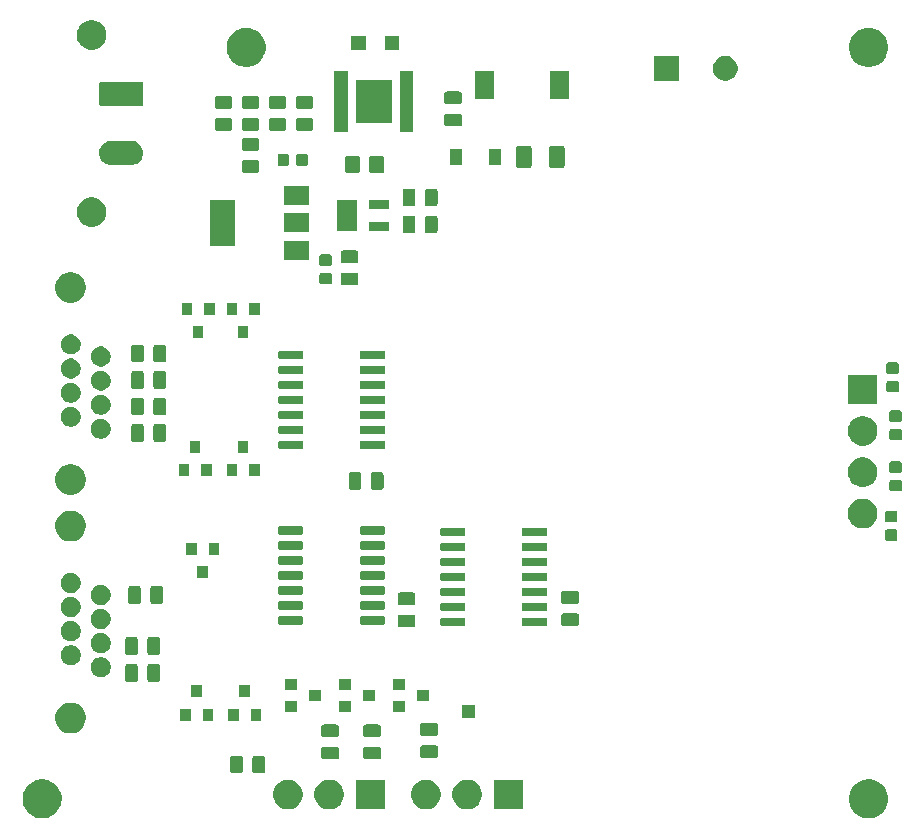
<source format=gbr>
G04 #@! TF.GenerationSoftware,KiCad,Pcbnew,(5.1.6)-1*
G04 #@! TF.CreationDate,2020-05-29T22:16:18+02:00*
G04 #@! TF.ProjectId,TMC51604Axis,544d4335-3136-4303-9441-7869732e6b69,rev?*
G04 #@! TF.SameCoordinates,Original*
G04 #@! TF.FileFunction,Soldermask,Bot*
G04 #@! TF.FilePolarity,Negative*
%FSLAX46Y46*%
G04 Gerber Fmt 4.6, Leading zero omitted, Abs format (unit mm)*
G04 Created by KiCad (PCBNEW (5.1.6)-1) date 2020-05-29 22:16:18*
%MOMM*%
%LPD*%
G01*
G04 APERTURE LIST*
%ADD10C,0.100000*%
G04 APERTURE END LIST*
D10*
G36*
X134741256Y-128947298D02*
G01*
X134847579Y-128968447D01*
X135148042Y-129092903D01*
X135418451Y-129273585D01*
X135648415Y-129503549D01*
X135829097Y-129773958D01*
X135944178Y-130051787D01*
X135953553Y-130074422D01*
X136017000Y-130393389D01*
X136017000Y-130718611D01*
X136007261Y-130767571D01*
X135953553Y-131037579D01*
X135829097Y-131338042D01*
X135648415Y-131608451D01*
X135418451Y-131838415D01*
X135148042Y-132019097D01*
X134847579Y-132143553D01*
X134741256Y-132164702D01*
X134528611Y-132207000D01*
X134203389Y-132207000D01*
X133990744Y-132164702D01*
X133884421Y-132143553D01*
X133583958Y-132019097D01*
X133313549Y-131838415D01*
X133083585Y-131608451D01*
X132902903Y-131338042D01*
X132778447Y-131037579D01*
X132724739Y-130767571D01*
X132715000Y-130718611D01*
X132715000Y-130393389D01*
X132778447Y-130074422D01*
X132787823Y-130051787D01*
X132902903Y-129773958D01*
X133083585Y-129503549D01*
X133313549Y-129273585D01*
X133583958Y-129092903D01*
X133884421Y-128968447D01*
X133990744Y-128947298D01*
X134203389Y-128905000D01*
X134528611Y-128905000D01*
X134741256Y-128947298D01*
G37*
G36*
X64764256Y-128947298D02*
G01*
X64870579Y-128968447D01*
X65171042Y-129092903D01*
X65441451Y-129273585D01*
X65671415Y-129503549D01*
X65852097Y-129773958D01*
X65967178Y-130051787D01*
X65976553Y-130074422D01*
X66040000Y-130393389D01*
X66040000Y-130718611D01*
X66030261Y-130767571D01*
X65976553Y-131037579D01*
X65852097Y-131338042D01*
X65671415Y-131608451D01*
X65441451Y-131838415D01*
X65171042Y-132019097D01*
X64870579Y-132143553D01*
X64764256Y-132164702D01*
X64551611Y-132207000D01*
X64226389Y-132207000D01*
X64013744Y-132164702D01*
X63907421Y-132143553D01*
X63606958Y-132019097D01*
X63336549Y-131838415D01*
X63106585Y-131608451D01*
X62925903Y-131338042D01*
X62801447Y-131037579D01*
X62747739Y-130767571D01*
X62738000Y-130718611D01*
X62738000Y-130393389D01*
X62801447Y-130074422D01*
X62810823Y-130051787D01*
X62925903Y-129773958D01*
X63106585Y-129503549D01*
X63336549Y-129273585D01*
X63606958Y-129092903D01*
X63907421Y-128968447D01*
X64013744Y-128947298D01*
X64226389Y-128905000D01*
X64551611Y-128905000D01*
X64764256Y-128947298D01*
G37*
G36*
X89048664Y-128968447D02*
G01*
X89066903Y-128972075D01*
X89294571Y-129066378D01*
X89499466Y-129203285D01*
X89673715Y-129377534D01*
X89810622Y-129582429D01*
X89904925Y-129810097D01*
X89953000Y-130051787D01*
X89953000Y-130298213D01*
X89904925Y-130539903D01*
X89810622Y-130767571D01*
X89673715Y-130972466D01*
X89499466Y-131146715D01*
X89294571Y-131283622D01*
X89294570Y-131283623D01*
X89294569Y-131283623D01*
X89066903Y-131377925D01*
X88825214Y-131426000D01*
X88578786Y-131426000D01*
X88337097Y-131377925D01*
X88109431Y-131283623D01*
X88109430Y-131283623D01*
X88109429Y-131283622D01*
X87904534Y-131146715D01*
X87730285Y-130972466D01*
X87593378Y-130767571D01*
X87499075Y-130539903D01*
X87451000Y-130298213D01*
X87451000Y-130051787D01*
X87499075Y-129810097D01*
X87593378Y-129582429D01*
X87730285Y-129377534D01*
X87904534Y-129203285D01*
X88109429Y-129066378D01*
X88337097Y-128972075D01*
X88355336Y-128968447D01*
X88578786Y-128924000D01*
X88825214Y-128924000D01*
X89048664Y-128968447D01*
G37*
G36*
X93453000Y-131426000D02*
G01*
X90951000Y-131426000D01*
X90951000Y-128924000D01*
X93453000Y-128924000D01*
X93453000Y-131426000D01*
G37*
G36*
X105137000Y-131426000D02*
G01*
X102635000Y-131426000D01*
X102635000Y-128924000D01*
X105137000Y-128924000D01*
X105137000Y-131426000D01*
G37*
G36*
X100732664Y-128968447D02*
G01*
X100750903Y-128972075D01*
X100978571Y-129066378D01*
X101183466Y-129203285D01*
X101357715Y-129377534D01*
X101494622Y-129582429D01*
X101588925Y-129810097D01*
X101637000Y-130051787D01*
X101637000Y-130298213D01*
X101588925Y-130539903D01*
X101494622Y-130767571D01*
X101357715Y-130972466D01*
X101183466Y-131146715D01*
X100978571Y-131283622D01*
X100978570Y-131283623D01*
X100978569Y-131283623D01*
X100750903Y-131377925D01*
X100509214Y-131426000D01*
X100262786Y-131426000D01*
X100021097Y-131377925D01*
X99793431Y-131283623D01*
X99793430Y-131283623D01*
X99793429Y-131283622D01*
X99588534Y-131146715D01*
X99414285Y-130972466D01*
X99277378Y-130767571D01*
X99183075Y-130539903D01*
X99135000Y-130298213D01*
X99135000Y-130051787D01*
X99183075Y-129810097D01*
X99277378Y-129582429D01*
X99414285Y-129377534D01*
X99588534Y-129203285D01*
X99793429Y-129066378D01*
X100021097Y-128972075D01*
X100039336Y-128968447D01*
X100262786Y-128924000D01*
X100509214Y-128924000D01*
X100732664Y-128968447D01*
G37*
G36*
X85548664Y-128968447D02*
G01*
X85566903Y-128972075D01*
X85794571Y-129066378D01*
X85999466Y-129203285D01*
X86173715Y-129377534D01*
X86310622Y-129582429D01*
X86404925Y-129810097D01*
X86453000Y-130051787D01*
X86453000Y-130298213D01*
X86404925Y-130539903D01*
X86310622Y-130767571D01*
X86173715Y-130972466D01*
X85999466Y-131146715D01*
X85794571Y-131283622D01*
X85794570Y-131283623D01*
X85794569Y-131283623D01*
X85566903Y-131377925D01*
X85325214Y-131426000D01*
X85078786Y-131426000D01*
X84837097Y-131377925D01*
X84609431Y-131283623D01*
X84609430Y-131283623D01*
X84609429Y-131283622D01*
X84404534Y-131146715D01*
X84230285Y-130972466D01*
X84093378Y-130767571D01*
X83999075Y-130539903D01*
X83951000Y-130298213D01*
X83951000Y-130051787D01*
X83999075Y-129810097D01*
X84093378Y-129582429D01*
X84230285Y-129377534D01*
X84404534Y-129203285D01*
X84609429Y-129066378D01*
X84837097Y-128972075D01*
X84855336Y-128968447D01*
X85078786Y-128924000D01*
X85325214Y-128924000D01*
X85548664Y-128968447D01*
G37*
G36*
X97232664Y-128968447D02*
G01*
X97250903Y-128972075D01*
X97478571Y-129066378D01*
X97683466Y-129203285D01*
X97857715Y-129377534D01*
X97994622Y-129582429D01*
X98088925Y-129810097D01*
X98137000Y-130051787D01*
X98137000Y-130298213D01*
X98088925Y-130539903D01*
X97994622Y-130767571D01*
X97857715Y-130972466D01*
X97683466Y-131146715D01*
X97478571Y-131283622D01*
X97478570Y-131283623D01*
X97478569Y-131283623D01*
X97250903Y-131377925D01*
X97009214Y-131426000D01*
X96762786Y-131426000D01*
X96521097Y-131377925D01*
X96293431Y-131283623D01*
X96293430Y-131283623D01*
X96293429Y-131283622D01*
X96088534Y-131146715D01*
X95914285Y-130972466D01*
X95777378Y-130767571D01*
X95683075Y-130539903D01*
X95635000Y-130298213D01*
X95635000Y-130051787D01*
X95683075Y-129810097D01*
X95777378Y-129582429D01*
X95914285Y-129377534D01*
X96088534Y-129203285D01*
X96293429Y-129066378D01*
X96521097Y-128972075D01*
X96539336Y-128968447D01*
X96762786Y-128924000D01*
X97009214Y-128924000D01*
X97232664Y-128968447D01*
G37*
G36*
X83097468Y-126888565D02*
G01*
X83136138Y-126900296D01*
X83171777Y-126919346D01*
X83203017Y-126944983D01*
X83228654Y-126976223D01*
X83247704Y-127011862D01*
X83259435Y-127050532D01*
X83264000Y-127096888D01*
X83264000Y-128173112D01*
X83259435Y-128219468D01*
X83247704Y-128258138D01*
X83228654Y-128293777D01*
X83203017Y-128325017D01*
X83171777Y-128350654D01*
X83136138Y-128369704D01*
X83097468Y-128381435D01*
X83051112Y-128386000D01*
X82399888Y-128386000D01*
X82353532Y-128381435D01*
X82314862Y-128369704D01*
X82279223Y-128350654D01*
X82247983Y-128325017D01*
X82222346Y-128293777D01*
X82203296Y-128258138D01*
X82191565Y-128219468D01*
X82187000Y-128173112D01*
X82187000Y-127096888D01*
X82191565Y-127050532D01*
X82203296Y-127011862D01*
X82222346Y-126976223D01*
X82247983Y-126944983D01*
X82279223Y-126919346D01*
X82314862Y-126900296D01*
X82353532Y-126888565D01*
X82399888Y-126884000D01*
X83051112Y-126884000D01*
X83097468Y-126888565D01*
G37*
G36*
X81222468Y-126888565D02*
G01*
X81261138Y-126900296D01*
X81296777Y-126919346D01*
X81328017Y-126944983D01*
X81353654Y-126976223D01*
X81372704Y-127011862D01*
X81384435Y-127050532D01*
X81389000Y-127096888D01*
X81389000Y-128173112D01*
X81384435Y-128219468D01*
X81372704Y-128258138D01*
X81353654Y-128293777D01*
X81328017Y-128325017D01*
X81296777Y-128350654D01*
X81261138Y-128369704D01*
X81222468Y-128381435D01*
X81176112Y-128386000D01*
X80524888Y-128386000D01*
X80478532Y-128381435D01*
X80439862Y-128369704D01*
X80404223Y-128350654D01*
X80372983Y-128325017D01*
X80347346Y-128293777D01*
X80328296Y-128258138D01*
X80316565Y-128219468D01*
X80312000Y-128173112D01*
X80312000Y-127096888D01*
X80316565Y-127050532D01*
X80328296Y-127011862D01*
X80347346Y-126976223D01*
X80372983Y-126944983D01*
X80404223Y-126919346D01*
X80439862Y-126900296D01*
X80478532Y-126888565D01*
X80524888Y-126884000D01*
X81176112Y-126884000D01*
X81222468Y-126888565D01*
G37*
G36*
X92913468Y-126133565D02*
G01*
X92952138Y-126145296D01*
X92987777Y-126164346D01*
X93019017Y-126189983D01*
X93044654Y-126221223D01*
X93063704Y-126256862D01*
X93075435Y-126295532D01*
X93080000Y-126341888D01*
X93080000Y-126993112D01*
X93075435Y-127039468D01*
X93063704Y-127078138D01*
X93044654Y-127113777D01*
X93019017Y-127145017D01*
X92987777Y-127170654D01*
X92952138Y-127189704D01*
X92913468Y-127201435D01*
X92867112Y-127206000D01*
X91790888Y-127206000D01*
X91744532Y-127201435D01*
X91705862Y-127189704D01*
X91670223Y-127170654D01*
X91638983Y-127145017D01*
X91613346Y-127113777D01*
X91594296Y-127078138D01*
X91582565Y-127039468D01*
X91578000Y-126993112D01*
X91578000Y-126341888D01*
X91582565Y-126295532D01*
X91594296Y-126256862D01*
X91613346Y-126221223D01*
X91638983Y-126189983D01*
X91670223Y-126164346D01*
X91705862Y-126145296D01*
X91744532Y-126133565D01*
X91790888Y-126129000D01*
X92867112Y-126129000D01*
X92913468Y-126133565D01*
G37*
G36*
X89357468Y-126133565D02*
G01*
X89396138Y-126145296D01*
X89431777Y-126164346D01*
X89463017Y-126189983D01*
X89488654Y-126221223D01*
X89507704Y-126256862D01*
X89519435Y-126295532D01*
X89524000Y-126341888D01*
X89524000Y-126993112D01*
X89519435Y-127039468D01*
X89507704Y-127078138D01*
X89488654Y-127113777D01*
X89463017Y-127145017D01*
X89431777Y-127170654D01*
X89396138Y-127189704D01*
X89357468Y-127201435D01*
X89311112Y-127206000D01*
X88234888Y-127206000D01*
X88188532Y-127201435D01*
X88149862Y-127189704D01*
X88114223Y-127170654D01*
X88082983Y-127145017D01*
X88057346Y-127113777D01*
X88038296Y-127078138D01*
X88026565Y-127039468D01*
X88022000Y-126993112D01*
X88022000Y-126341888D01*
X88026565Y-126295532D01*
X88038296Y-126256862D01*
X88057346Y-126221223D01*
X88082983Y-126189983D01*
X88114223Y-126164346D01*
X88149862Y-126145296D01*
X88188532Y-126133565D01*
X88234888Y-126129000D01*
X89311112Y-126129000D01*
X89357468Y-126133565D01*
G37*
G36*
X97739468Y-126006565D02*
G01*
X97778138Y-126018296D01*
X97813777Y-126037346D01*
X97845017Y-126062983D01*
X97870654Y-126094223D01*
X97889704Y-126129862D01*
X97901435Y-126168532D01*
X97906000Y-126214888D01*
X97906000Y-126866112D01*
X97901435Y-126912468D01*
X97889704Y-126951138D01*
X97870654Y-126986777D01*
X97845017Y-127018017D01*
X97813777Y-127043654D01*
X97778138Y-127062704D01*
X97739468Y-127074435D01*
X97693112Y-127079000D01*
X96616888Y-127079000D01*
X96570532Y-127074435D01*
X96531862Y-127062704D01*
X96496223Y-127043654D01*
X96464983Y-127018017D01*
X96439346Y-126986777D01*
X96420296Y-126951138D01*
X96408565Y-126912468D01*
X96404000Y-126866112D01*
X96404000Y-126214888D01*
X96408565Y-126168532D01*
X96420296Y-126129862D01*
X96439346Y-126094223D01*
X96464983Y-126062983D01*
X96496223Y-126037346D01*
X96531862Y-126018296D01*
X96570532Y-126006565D01*
X96616888Y-126002000D01*
X97693112Y-126002000D01*
X97739468Y-126006565D01*
G37*
G36*
X89357468Y-124258565D02*
G01*
X89396138Y-124270296D01*
X89431777Y-124289346D01*
X89463017Y-124314983D01*
X89488654Y-124346223D01*
X89507704Y-124381862D01*
X89519435Y-124420532D01*
X89524000Y-124466888D01*
X89524000Y-125118112D01*
X89519435Y-125164468D01*
X89507704Y-125203138D01*
X89488654Y-125238777D01*
X89463017Y-125270017D01*
X89431777Y-125295654D01*
X89396138Y-125314704D01*
X89357468Y-125326435D01*
X89311112Y-125331000D01*
X88234888Y-125331000D01*
X88188532Y-125326435D01*
X88149862Y-125314704D01*
X88114223Y-125295654D01*
X88082983Y-125270017D01*
X88057346Y-125238777D01*
X88038296Y-125203138D01*
X88026565Y-125164468D01*
X88022000Y-125118112D01*
X88022000Y-124466888D01*
X88026565Y-124420532D01*
X88038296Y-124381862D01*
X88057346Y-124346223D01*
X88082983Y-124314983D01*
X88114223Y-124289346D01*
X88149862Y-124270296D01*
X88188532Y-124258565D01*
X88234888Y-124254000D01*
X89311112Y-124254000D01*
X89357468Y-124258565D01*
G37*
G36*
X92913468Y-124258565D02*
G01*
X92952138Y-124270296D01*
X92987777Y-124289346D01*
X93019017Y-124314983D01*
X93044654Y-124346223D01*
X93063704Y-124381862D01*
X93075435Y-124420532D01*
X93080000Y-124466888D01*
X93080000Y-125118112D01*
X93075435Y-125164468D01*
X93063704Y-125203138D01*
X93044654Y-125238777D01*
X93019017Y-125270017D01*
X92987777Y-125295654D01*
X92952138Y-125314704D01*
X92913468Y-125326435D01*
X92867112Y-125331000D01*
X91790888Y-125331000D01*
X91744532Y-125326435D01*
X91705862Y-125314704D01*
X91670223Y-125295654D01*
X91638983Y-125270017D01*
X91613346Y-125238777D01*
X91594296Y-125203138D01*
X91582565Y-125164468D01*
X91578000Y-125118112D01*
X91578000Y-124466888D01*
X91582565Y-124420532D01*
X91594296Y-124381862D01*
X91613346Y-124346223D01*
X91638983Y-124314983D01*
X91670223Y-124289346D01*
X91705862Y-124270296D01*
X91744532Y-124258565D01*
X91790888Y-124254000D01*
X92867112Y-124254000D01*
X92913468Y-124258565D01*
G37*
G36*
X97739468Y-124131565D02*
G01*
X97778138Y-124143296D01*
X97813777Y-124162346D01*
X97845017Y-124187983D01*
X97870654Y-124219223D01*
X97889704Y-124254862D01*
X97901435Y-124293532D01*
X97906000Y-124339888D01*
X97906000Y-124991112D01*
X97901435Y-125037468D01*
X97889704Y-125076138D01*
X97870654Y-125111777D01*
X97845017Y-125143017D01*
X97813777Y-125168654D01*
X97778138Y-125187704D01*
X97739468Y-125199435D01*
X97693112Y-125204000D01*
X96616888Y-125204000D01*
X96570532Y-125199435D01*
X96531862Y-125187704D01*
X96496223Y-125168654D01*
X96464983Y-125143017D01*
X96439346Y-125111777D01*
X96420296Y-125076138D01*
X96408565Y-125037468D01*
X96404000Y-124991112D01*
X96404000Y-124339888D01*
X96408565Y-124293532D01*
X96420296Y-124254862D01*
X96439346Y-124219223D01*
X96464983Y-124187983D01*
X96496223Y-124162346D01*
X96531862Y-124143296D01*
X96570532Y-124131565D01*
X96616888Y-124127000D01*
X97693112Y-124127000D01*
X97739468Y-124131565D01*
G37*
G36*
X67181487Y-122446996D02*
G01*
X67418253Y-122545068D01*
X67418255Y-122545069D01*
X67558833Y-122639000D01*
X67631339Y-122687447D01*
X67812553Y-122868661D01*
X67954932Y-123081747D01*
X68053004Y-123318513D01*
X68103000Y-123569861D01*
X68103000Y-123826139D01*
X68053004Y-124077487D01*
X67971400Y-124274495D01*
X67954931Y-124314255D01*
X67812553Y-124527339D01*
X67631339Y-124708553D01*
X67418255Y-124850931D01*
X67418254Y-124850932D01*
X67418253Y-124850932D01*
X67181487Y-124949004D01*
X66930139Y-124999000D01*
X66673861Y-124999000D01*
X66422513Y-124949004D01*
X66185747Y-124850932D01*
X66185746Y-124850932D01*
X66185745Y-124850931D01*
X65972661Y-124708553D01*
X65791447Y-124527339D01*
X65649069Y-124314255D01*
X65632600Y-124274495D01*
X65550996Y-124077487D01*
X65501000Y-123826139D01*
X65501000Y-123569861D01*
X65550996Y-123318513D01*
X65649068Y-123081747D01*
X65791447Y-122868661D01*
X65972661Y-122687447D01*
X66045167Y-122639000D01*
X66185745Y-122545069D01*
X66185747Y-122545068D01*
X66422513Y-122446996D01*
X66673861Y-122397000D01*
X66930139Y-122397000D01*
X67181487Y-122446996D01*
G37*
G36*
X81035000Y-123929000D02*
G01*
X80133000Y-123929000D01*
X80133000Y-122927000D01*
X81035000Y-122927000D01*
X81035000Y-123929000D01*
G37*
G36*
X76971000Y-123929000D02*
G01*
X76069000Y-123929000D01*
X76069000Y-122927000D01*
X76971000Y-122927000D01*
X76971000Y-123929000D01*
G37*
G36*
X82935000Y-123929000D02*
G01*
X82033000Y-123929000D01*
X82033000Y-122927000D01*
X82935000Y-122927000D01*
X82935000Y-123929000D01*
G37*
G36*
X78871000Y-123929000D02*
G01*
X77969000Y-123929000D01*
X77969000Y-122927000D01*
X78871000Y-122927000D01*
X78871000Y-123929000D01*
G37*
G36*
X101008000Y-123741000D02*
G01*
X99906000Y-123741000D01*
X99906000Y-122639000D01*
X101008000Y-122639000D01*
X101008000Y-123741000D01*
G37*
G36*
X85988000Y-123194000D02*
G01*
X84986000Y-123194000D01*
X84986000Y-122292000D01*
X85988000Y-122292000D01*
X85988000Y-123194000D01*
G37*
G36*
X95132000Y-123194000D02*
G01*
X94130000Y-123194000D01*
X94130000Y-122292000D01*
X95132000Y-122292000D01*
X95132000Y-123194000D01*
G37*
G36*
X90560000Y-123194000D02*
G01*
X89558000Y-123194000D01*
X89558000Y-122292000D01*
X90560000Y-122292000D01*
X90560000Y-123194000D01*
G37*
G36*
X92560000Y-122244000D02*
G01*
X91558000Y-122244000D01*
X91558000Y-121342000D01*
X92560000Y-121342000D01*
X92560000Y-122244000D01*
G37*
G36*
X97132000Y-122244000D02*
G01*
X96130000Y-122244000D01*
X96130000Y-121342000D01*
X97132000Y-121342000D01*
X97132000Y-122244000D01*
G37*
G36*
X87988000Y-122244000D02*
G01*
X86986000Y-122244000D01*
X86986000Y-121342000D01*
X87988000Y-121342000D01*
X87988000Y-122244000D01*
G37*
G36*
X81985000Y-121929000D02*
G01*
X81083000Y-121929000D01*
X81083000Y-120927000D01*
X81985000Y-120927000D01*
X81985000Y-121929000D01*
G37*
G36*
X77921000Y-121929000D02*
G01*
X77019000Y-121929000D01*
X77019000Y-120927000D01*
X77921000Y-120927000D01*
X77921000Y-121929000D01*
G37*
G36*
X85988000Y-121294000D02*
G01*
X84986000Y-121294000D01*
X84986000Y-120392000D01*
X85988000Y-120392000D01*
X85988000Y-121294000D01*
G37*
G36*
X95132000Y-121294000D02*
G01*
X94130000Y-121294000D01*
X94130000Y-120392000D01*
X95132000Y-120392000D01*
X95132000Y-121294000D01*
G37*
G36*
X90560000Y-121294000D02*
G01*
X89558000Y-121294000D01*
X89558000Y-120392000D01*
X90560000Y-120392000D01*
X90560000Y-121294000D01*
G37*
G36*
X72332468Y-119141565D02*
G01*
X72371138Y-119153296D01*
X72406777Y-119172346D01*
X72438017Y-119197983D01*
X72463654Y-119229223D01*
X72482704Y-119264862D01*
X72494435Y-119303532D01*
X72499000Y-119349888D01*
X72499000Y-120426112D01*
X72494435Y-120472468D01*
X72482704Y-120511138D01*
X72463654Y-120546777D01*
X72438017Y-120578017D01*
X72406777Y-120603654D01*
X72371138Y-120622704D01*
X72332468Y-120634435D01*
X72286112Y-120639000D01*
X71634888Y-120639000D01*
X71588532Y-120634435D01*
X71549862Y-120622704D01*
X71514223Y-120603654D01*
X71482983Y-120578017D01*
X71457346Y-120546777D01*
X71438296Y-120511138D01*
X71426565Y-120472468D01*
X71422000Y-120426112D01*
X71422000Y-119349888D01*
X71426565Y-119303532D01*
X71438296Y-119264862D01*
X71457346Y-119229223D01*
X71482983Y-119197983D01*
X71514223Y-119172346D01*
X71549862Y-119153296D01*
X71588532Y-119141565D01*
X71634888Y-119137000D01*
X72286112Y-119137000D01*
X72332468Y-119141565D01*
G37*
G36*
X74207468Y-119141565D02*
G01*
X74246138Y-119153296D01*
X74281777Y-119172346D01*
X74313017Y-119197983D01*
X74338654Y-119229223D01*
X74357704Y-119264862D01*
X74369435Y-119303532D01*
X74374000Y-119349888D01*
X74374000Y-120426112D01*
X74369435Y-120472468D01*
X74357704Y-120511138D01*
X74338654Y-120546777D01*
X74313017Y-120578017D01*
X74281777Y-120603654D01*
X74246138Y-120622704D01*
X74207468Y-120634435D01*
X74161112Y-120639000D01*
X73509888Y-120639000D01*
X73463532Y-120634435D01*
X73424862Y-120622704D01*
X73389223Y-120603654D01*
X73357983Y-120578017D01*
X73332346Y-120546777D01*
X73313296Y-120511138D01*
X73301565Y-120472468D01*
X73297000Y-120426112D01*
X73297000Y-119349888D01*
X73301565Y-119303532D01*
X73313296Y-119264862D01*
X73332346Y-119229223D01*
X73357983Y-119197983D01*
X73389223Y-119172346D01*
X73424862Y-119153296D01*
X73463532Y-119141565D01*
X73509888Y-119137000D01*
X74161112Y-119137000D01*
X74207468Y-119141565D01*
G37*
G36*
X69590228Y-118589703D02*
G01*
X69745100Y-118653853D01*
X69884481Y-118746985D01*
X70003015Y-118865519D01*
X70096147Y-119004900D01*
X70160297Y-119159772D01*
X70193000Y-119324184D01*
X70193000Y-119491816D01*
X70160297Y-119656228D01*
X70096147Y-119811100D01*
X70003015Y-119950481D01*
X69884481Y-120069015D01*
X69745100Y-120162147D01*
X69590228Y-120226297D01*
X69425816Y-120259000D01*
X69258184Y-120259000D01*
X69093772Y-120226297D01*
X68938900Y-120162147D01*
X68799519Y-120069015D01*
X68680985Y-119950481D01*
X68587853Y-119811100D01*
X68523703Y-119656228D01*
X68491000Y-119491816D01*
X68491000Y-119324184D01*
X68523703Y-119159772D01*
X68587853Y-119004900D01*
X68680985Y-118865519D01*
X68799519Y-118746985D01*
X68938900Y-118653853D01*
X69093772Y-118589703D01*
X69258184Y-118557000D01*
X69425816Y-118557000D01*
X69590228Y-118589703D01*
G37*
G36*
X67050228Y-117569703D02*
G01*
X67205100Y-117633853D01*
X67344481Y-117726985D01*
X67463015Y-117845519D01*
X67556147Y-117984900D01*
X67620297Y-118139772D01*
X67653000Y-118304184D01*
X67653000Y-118471816D01*
X67620297Y-118636228D01*
X67556147Y-118791100D01*
X67463015Y-118930481D01*
X67344481Y-119049015D01*
X67205100Y-119142147D01*
X67050228Y-119206297D01*
X66885816Y-119239000D01*
X66718184Y-119239000D01*
X66553772Y-119206297D01*
X66398900Y-119142147D01*
X66259519Y-119049015D01*
X66140985Y-118930481D01*
X66047853Y-118791100D01*
X65983703Y-118636228D01*
X65951000Y-118471816D01*
X65951000Y-118304184D01*
X65983703Y-118139772D01*
X66047853Y-117984900D01*
X66140985Y-117845519D01*
X66259519Y-117726985D01*
X66398900Y-117633853D01*
X66553772Y-117569703D01*
X66718184Y-117537000D01*
X66885816Y-117537000D01*
X67050228Y-117569703D01*
G37*
G36*
X74207468Y-116855565D02*
G01*
X74246138Y-116867296D01*
X74281777Y-116886346D01*
X74313017Y-116911983D01*
X74338654Y-116943223D01*
X74357704Y-116978862D01*
X74369435Y-117017532D01*
X74374000Y-117063888D01*
X74374000Y-118140112D01*
X74369435Y-118186468D01*
X74357704Y-118225138D01*
X74338654Y-118260777D01*
X74313017Y-118292017D01*
X74281777Y-118317654D01*
X74246138Y-118336704D01*
X74207468Y-118348435D01*
X74161112Y-118353000D01*
X73509888Y-118353000D01*
X73463532Y-118348435D01*
X73424862Y-118336704D01*
X73389223Y-118317654D01*
X73357983Y-118292017D01*
X73332346Y-118260777D01*
X73313296Y-118225138D01*
X73301565Y-118186468D01*
X73297000Y-118140112D01*
X73297000Y-117063888D01*
X73301565Y-117017532D01*
X73313296Y-116978862D01*
X73332346Y-116943223D01*
X73357983Y-116911983D01*
X73389223Y-116886346D01*
X73424862Y-116867296D01*
X73463532Y-116855565D01*
X73509888Y-116851000D01*
X74161112Y-116851000D01*
X74207468Y-116855565D01*
G37*
G36*
X72332468Y-116855565D02*
G01*
X72371138Y-116867296D01*
X72406777Y-116886346D01*
X72438017Y-116911983D01*
X72463654Y-116943223D01*
X72482704Y-116978862D01*
X72494435Y-117017532D01*
X72499000Y-117063888D01*
X72499000Y-118140112D01*
X72494435Y-118186468D01*
X72482704Y-118225138D01*
X72463654Y-118260777D01*
X72438017Y-118292017D01*
X72406777Y-118317654D01*
X72371138Y-118336704D01*
X72332468Y-118348435D01*
X72286112Y-118353000D01*
X71634888Y-118353000D01*
X71588532Y-118348435D01*
X71549862Y-118336704D01*
X71514223Y-118317654D01*
X71482983Y-118292017D01*
X71457346Y-118260777D01*
X71438296Y-118225138D01*
X71426565Y-118186468D01*
X71422000Y-118140112D01*
X71422000Y-117063888D01*
X71426565Y-117017532D01*
X71438296Y-116978862D01*
X71457346Y-116943223D01*
X71482983Y-116911983D01*
X71514223Y-116886346D01*
X71549862Y-116867296D01*
X71588532Y-116855565D01*
X71634888Y-116851000D01*
X72286112Y-116851000D01*
X72332468Y-116855565D01*
G37*
G36*
X69590228Y-116549703D02*
G01*
X69745100Y-116613853D01*
X69884481Y-116706985D01*
X70003015Y-116825519D01*
X70096147Y-116964900D01*
X70160297Y-117119772D01*
X70193000Y-117284184D01*
X70193000Y-117451816D01*
X70160297Y-117616228D01*
X70096147Y-117771100D01*
X70003015Y-117910481D01*
X69884481Y-118029015D01*
X69745100Y-118122147D01*
X69590228Y-118186297D01*
X69425816Y-118219000D01*
X69258184Y-118219000D01*
X69093772Y-118186297D01*
X68938900Y-118122147D01*
X68799519Y-118029015D01*
X68680985Y-117910481D01*
X68587853Y-117771100D01*
X68523703Y-117616228D01*
X68491000Y-117451816D01*
X68491000Y-117284184D01*
X68523703Y-117119772D01*
X68587853Y-116964900D01*
X68680985Y-116825519D01*
X68799519Y-116706985D01*
X68938900Y-116613853D01*
X69093772Y-116549703D01*
X69258184Y-116517000D01*
X69425816Y-116517000D01*
X69590228Y-116549703D01*
G37*
G36*
X67050228Y-115529703D02*
G01*
X67205100Y-115593853D01*
X67344481Y-115686985D01*
X67463015Y-115805519D01*
X67556147Y-115944900D01*
X67620297Y-116099772D01*
X67653000Y-116264184D01*
X67653000Y-116431816D01*
X67620297Y-116596228D01*
X67556147Y-116751100D01*
X67463015Y-116890481D01*
X67344481Y-117009015D01*
X67205100Y-117102147D01*
X67050228Y-117166297D01*
X66885816Y-117199000D01*
X66718184Y-117199000D01*
X66553772Y-117166297D01*
X66398900Y-117102147D01*
X66259519Y-117009015D01*
X66140985Y-116890481D01*
X66047853Y-116751100D01*
X65983703Y-116596228D01*
X65951000Y-116431816D01*
X65951000Y-116264184D01*
X65983703Y-116099772D01*
X66047853Y-115944900D01*
X66140985Y-115805519D01*
X66259519Y-115686985D01*
X66398900Y-115593853D01*
X66553772Y-115529703D01*
X66718184Y-115497000D01*
X66885816Y-115497000D01*
X67050228Y-115529703D01*
G37*
G36*
X69590228Y-114509703D02*
G01*
X69745100Y-114573853D01*
X69884481Y-114666985D01*
X70003015Y-114785519D01*
X70096147Y-114924900D01*
X70160297Y-115079772D01*
X70193000Y-115244184D01*
X70193000Y-115411816D01*
X70160297Y-115576228D01*
X70096147Y-115731100D01*
X70003015Y-115870481D01*
X69884481Y-115989015D01*
X69745100Y-116082147D01*
X69590228Y-116146297D01*
X69425816Y-116179000D01*
X69258184Y-116179000D01*
X69093772Y-116146297D01*
X68938900Y-116082147D01*
X68799519Y-115989015D01*
X68680985Y-115870481D01*
X68587853Y-115731100D01*
X68523703Y-115576228D01*
X68491000Y-115411816D01*
X68491000Y-115244184D01*
X68523703Y-115079772D01*
X68587853Y-114924900D01*
X68680985Y-114785519D01*
X68799519Y-114666985D01*
X68938900Y-114573853D01*
X69093772Y-114509703D01*
X69258184Y-114477000D01*
X69425816Y-114477000D01*
X69590228Y-114509703D01*
G37*
G36*
X95834468Y-114957565D02*
G01*
X95873138Y-114969296D01*
X95908777Y-114988346D01*
X95940017Y-115013983D01*
X95965654Y-115045223D01*
X95984704Y-115080862D01*
X95996435Y-115119532D01*
X96001000Y-115165888D01*
X96001000Y-115817112D01*
X95996435Y-115863468D01*
X95984704Y-115902138D01*
X95965654Y-115937777D01*
X95940017Y-115969017D01*
X95908777Y-115994654D01*
X95873138Y-116013704D01*
X95834468Y-116025435D01*
X95788112Y-116030000D01*
X94711888Y-116030000D01*
X94665532Y-116025435D01*
X94626862Y-116013704D01*
X94591223Y-115994654D01*
X94559983Y-115969017D01*
X94534346Y-115937777D01*
X94515296Y-115902138D01*
X94503565Y-115863468D01*
X94499000Y-115817112D01*
X94499000Y-115165888D01*
X94503565Y-115119532D01*
X94515296Y-115080862D01*
X94534346Y-115045223D01*
X94559983Y-115013983D01*
X94591223Y-114988346D01*
X94626862Y-114969296D01*
X94665532Y-114957565D01*
X94711888Y-114953000D01*
X95788112Y-114953000D01*
X95834468Y-114957565D01*
G37*
G36*
X107025928Y-115221764D02*
G01*
X107047009Y-115228160D01*
X107066445Y-115238548D01*
X107083476Y-115252524D01*
X107097452Y-115269555D01*
X107107840Y-115288991D01*
X107114236Y-115310072D01*
X107117000Y-115338140D01*
X107117000Y-115801860D01*
X107114236Y-115829928D01*
X107107840Y-115851009D01*
X107097452Y-115870445D01*
X107083476Y-115887476D01*
X107066445Y-115901452D01*
X107047009Y-115911840D01*
X107025928Y-115918236D01*
X106997860Y-115921000D01*
X105159140Y-115921000D01*
X105131072Y-115918236D01*
X105109991Y-115911840D01*
X105090555Y-115901452D01*
X105073524Y-115887476D01*
X105059548Y-115870445D01*
X105049160Y-115851009D01*
X105042764Y-115829928D01*
X105040000Y-115801860D01*
X105040000Y-115338140D01*
X105042764Y-115310072D01*
X105049160Y-115288991D01*
X105059548Y-115269555D01*
X105073524Y-115252524D01*
X105090555Y-115238548D01*
X105109991Y-115228160D01*
X105131072Y-115221764D01*
X105159140Y-115219000D01*
X106997860Y-115219000D01*
X107025928Y-115221764D01*
G37*
G36*
X100100928Y-115221764D02*
G01*
X100122009Y-115228160D01*
X100141445Y-115238548D01*
X100158476Y-115252524D01*
X100172452Y-115269555D01*
X100182840Y-115288991D01*
X100189236Y-115310072D01*
X100192000Y-115338140D01*
X100192000Y-115801860D01*
X100189236Y-115829928D01*
X100182840Y-115851009D01*
X100172452Y-115870445D01*
X100158476Y-115887476D01*
X100141445Y-115901452D01*
X100122009Y-115911840D01*
X100100928Y-115918236D01*
X100072860Y-115921000D01*
X98234140Y-115921000D01*
X98206072Y-115918236D01*
X98184991Y-115911840D01*
X98165555Y-115901452D01*
X98148524Y-115887476D01*
X98134548Y-115870445D01*
X98124160Y-115851009D01*
X98117764Y-115829928D01*
X98115000Y-115801860D01*
X98115000Y-115338140D01*
X98117764Y-115310072D01*
X98124160Y-115288991D01*
X98134548Y-115269555D01*
X98148524Y-115252524D01*
X98165555Y-115238548D01*
X98184991Y-115228160D01*
X98206072Y-115221764D01*
X98234140Y-115219000D01*
X100072860Y-115219000D01*
X100100928Y-115221764D01*
G37*
G36*
X109677468Y-114830565D02*
G01*
X109716138Y-114842296D01*
X109751777Y-114861346D01*
X109783017Y-114886983D01*
X109808654Y-114918223D01*
X109827704Y-114953862D01*
X109839435Y-114992532D01*
X109844000Y-115038888D01*
X109844000Y-115690112D01*
X109839435Y-115736468D01*
X109827704Y-115775138D01*
X109808654Y-115810777D01*
X109783017Y-115842017D01*
X109751777Y-115867654D01*
X109716138Y-115886704D01*
X109677468Y-115898435D01*
X109631112Y-115903000D01*
X108554888Y-115903000D01*
X108508532Y-115898435D01*
X108469862Y-115886704D01*
X108434223Y-115867654D01*
X108402983Y-115842017D01*
X108377346Y-115810777D01*
X108358296Y-115775138D01*
X108346565Y-115736468D01*
X108342000Y-115690112D01*
X108342000Y-115038888D01*
X108346565Y-114992532D01*
X108358296Y-114953862D01*
X108377346Y-114918223D01*
X108402983Y-114886983D01*
X108434223Y-114861346D01*
X108469862Y-114842296D01*
X108508532Y-114830565D01*
X108554888Y-114826000D01*
X109631112Y-114826000D01*
X109677468Y-114830565D01*
G37*
G36*
X86384928Y-115094764D02*
G01*
X86406009Y-115101160D01*
X86425445Y-115111548D01*
X86442476Y-115125524D01*
X86456452Y-115142555D01*
X86466840Y-115161991D01*
X86473236Y-115183072D01*
X86476000Y-115211140D01*
X86476000Y-115674860D01*
X86473236Y-115702928D01*
X86466840Y-115724009D01*
X86456452Y-115743445D01*
X86442476Y-115760476D01*
X86425445Y-115774452D01*
X86406009Y-115784840D01*
X86384928Y-115791236D01*
X86356860Y-115794000D01*
X84518140Y-115794000D01*
X84490072Y-115791236D01*
X84468991Y-115784840D01*
X84449555Y-115774452D01*
X84432524Y-115760476D01*
X84418548Y-115743445D01*
X84408160Y-115724009D01*
X84401764Y-115702928D01*
X84399000Y-115674860D01*
X84399000Y-115211140D01*
X84401764Y-115183072D01*
X84408160Y-115161991D01*
X84418548Y-115142555D01*
X84432524Y-115125524D01*
X84449555Y-115111548D01*
X84468991Y-115101160D01*
X84490072Y-115094764D01*
X84518140Y-115092000D01*
X86356860Y-115092000D01*
X86384928Y-115094764D01*
G37*
G36*
X93309928Y-115094764D02*
G01*
X93331009Y-115101160D01*
X93350445Y-115111548D01*
X93367476Y-115125524D01*
X93381452Y-115142555D01*
X93391840Y-115161991D01*
X93398236Y-115183072D01*
X93401000Y-115211140D01*
X93401000Y-115674860D01*
X93398236Y-115702928D01*
X93391840Y-115724009D01*
X93381452Y-115743445D01*
X93367476Y-115760476D01*
X93350445Y-115774452D01*
X93331009Y-115784840D01*
X93309928Y-115791236D01*
X93281860Y-115794000D01*
X91443140Y-115794000D01*
X91415072Y-115791236D01*
X91393991Y-115784840D01*
X91374555Y-115774452D01*
X91357524Y-115760476D01*
X91343548Y-115743445D01*
X91333160Y-115724009D01*
X91326764Y-115702928D01*
X91324000Y-115674860D01*
X91324000Y-115211140D01*
X91326764Y-115183072D01*
X91333160Y-115161991D01*
X91343548Y-115142555D01*
X91357524Y-115125524D01*
X91374555Y-115111548D01*
X91393991Y-115101160D01*
X91415072Y-115094764D01*
X91443140Y-115092000D01*
X93281860Y-115092000D01*
X93309928Y-115094764D01*
G37*
G36*
X67050228Y-113489703D02*
G01*
X67205100Y-113553853D01*
X67344481Y-113646985D01*
X67463015Y-113765519D01*
X67556147Y-113904900D01*
X67620297Y-114059772D01*
X67653000Y-114224184D01*
X67653000Y-114391816D01*
X67620297Y-114556228D01*
X67556147Y-114711100D01*
X67463015Y-114850481D01*
X67344481Y-114969015D01*
X67205100Y-115062147D01*
X67050228Y-115126297D01*
X66885816Y-115159000D01*
X66718184Y-115159000D01*
X66553772Y-115126297D01*
X66398900Y-115062147D01*
X66259519Y-114969015D01*
X66140985Y-114850481D01*
X66047853Y-114711100D01*
X65983703Y-114556228D01*
X65951000Y-114391816D01*
X65951000Y-114224184D01*
X65983703Y-114059772D01*
X66047853Y-113904900D01*
X66140985Y-113765519D01*
X66259519Y-113646985D01*
X66398900Y-113553853D01*
X66553772Y-113489703D01*
X66718184Y-113457000D01*
X66885816Y-113457000D01*
X67050228Y-113489703D01*
G37*
G36*
X100100928Y-113951764D02*
G01*
X100122009Y-113958160D01*
X100141445Y-113968548D01*
X100158476Y-113982524D01*
X100172452Y-113999555D01*
X100182840Y-114018991D01*
X100189236Y-114040072D01*
X100192000Y-114068140D01*
X100192000Y-114531860D01*
X100189236Y-114559928D01*
X100182840Y-114581009D01*
X100172452Y-114600445D01*
X100158476Y-114617476D01*
X100141445Y-114631452D01*
X100122009Y-114641840D01*
X100100928Y-114648236D01*
X100072860Y-114651000D01*
X98234140Y-114651000D01*
X98206072Y-114648236D01*
X98184991Y-114641840D01*
X98165555Y-114631452D01*
X98148524Y-114617476D01*
X98134548Y-114600445D01*
X98124160Y-114581009D01*
X98117764Y-114559928D01*
X98115000Y-114531860D01*
X98115000Y-114068140D01*
X98117764Y-114040072D01*
X98124160Y-114018991D01*
X98134548Y-113999555D01*
X98148524Y-113982524D01*
X98165555Y-113968548D01*
X98184991Y-113958160D01*
X98206072Y-113951764D01*
X98234140Y-113949000D01*
X100072860Y-113949000D01*
X100100928Y-113951764D01*
G37*
G36*
X107025928Y-113951764D02*
G01*
X107047009Y-113958160D01*
X107066445Y-113968548D01*
X107083476Y-113982524D01*
X107097452Y-113999555D01*
X107107840Y-114018991D01*
X107114236Y-114040072D01*
X107117000Y-114068140D01*
X107117000Y-114531860D01*
X107114236Y-114559928D01*
X107107840Y-114581009D01*
X107097452Y-114600445D01*
X107083476Y-114617476D01*
X107066445Y-114631452D01*
X107047009Y-114641840D01*
X107025928Y-114648236D01*
X106997860Y-114651000D01*
X105159140Y-114651000D01*
X105131072Y-114648236D01*
X105109991Y-114641840D01*
X105090555Y-114631452D01*
X105073524Y-114617476D01*
X105059548Y-114600445D01*
X105049160Y-114581009D01*
X105042764Y-114559928D01*
X105040000Y-114531860D01*
X105040000Y-114068140D01*
X105042764Y-114040072D01*
X105049160Y-114018991D01*
X105059548Y-113999555D01*
X105073524Y-113982524D01*
X105090555Y-113968548D01*
X105109991Y-113958160D01*
X105131072Y-113951764D01*
X105159140Y-113949000D01*
X106997860Y-113949000D01*
X107025928Y-113951764D01*
G37*
G36*
X86384928Y-113824764D02*
G01*
X86406009Y-113831160D01*
X86425445Y-113841548D01*
X86442476Y-113855524D01*
X86456452Y-113872555D01*
X86466840Y-113891991D01*
X86473236Y-113913072D01*
X86476000Y-113941140D01*
X86476000Y-114404860D01*
X86473236Y-114432928D01*
X86466840Y-114454009D01*
X86456452Y-114473445D01*
X86442476Y-114490476D01*
X86425445Y-114504452D01*
X86406009Y-114514840D01*
X86384928Y-114521236D01*
X86356860Y-114524000D01*
X84518140Y-114524000D01*
X84490072Y-114521236D01*
X84468991Y-114514840D01*
X84449555Y-114504452D01*
X84432524Y-114490476D01*
X84418548Y-114473445D01*
X84408160Y-114454009D01*
X84401764Y-114432928D01*
X84399000Y-114404860D01*
X84399000Y-113941140D01*
X84401764Y-113913072D01*
X84408160Y-113891991D01*
X84418548Y-113872555D01*
X84432524Y-113855524D01*
X84449555Y-113841548D01*
X84468991Y-113831160D01*
X84490072Y-113824764D01*
X84518140Y-113822000D01*
X86356860Y-113822000D01*
X86384928Y-113824764D01*
G37*
G36*
X93309928Y-113824764D02*
G01*
X93331009Y-113831160D01*
X93350445Y-113841548D01*
X93367476Y-113855524D01*
X93381452Y-113872555D01*
X93391840Y-113891991D01*
X93398236Y-113913072D01*
X93401000Y-113941140D01*
X93401000Y-114404860D01*
X93398236Y-114432928D01*
X93391840Y-114454009D01*
X93381452Y-114473445D01*
X93367476Y-114490476D01*
X93350445Y-114504452D01*
X93331009Y-114514840D01*
X93309928Y-114521236D01*
X93281860Y-114524000D01*
X91443140Y-114524000D01*
X91415072Y-114521236D01*
X91393991Y-114514840D01*
X91374555Y-114504452D01*
X91357524Y-114490476D01*
X91343548Y-114473445D01*
X91333160Y-114454009D01*
X91326764Y-114432928D01*
X91324000Y-114404860D01*
X91324000Y-113941140D01*
X91326764Y-113913072D01*
X91333160Y-113891991D01*
X91343548Y-113872555D01*
X91357524Y-113855524D01*
X91374555Y-113841548D01*
X91393991Y-113831160D01*
X91415072Y-113824764D01*
X91443140Y-113822000D01*
X93281860Y-113822000D01*
X93309928Y-113824764D01*
G37*
G36*
X95834468Y-113082565D02*
G01*
X95873138Y-113094296D01*
X95908777Y-113113346D01*
X95940017Y-113138983D01*
X95965654Y-113170223D01*
X95984704Y-113205862D01*
X95996435Y-113244532D01*
X96001000Y-113290888D01*
X96001000Y-113942112D01*
X95996435Y-113988468D01*
X95984704Y-114027138D01*
X95965654Y-114062777D01*
X95940017Y-114094017D01*
X95908777Y-114119654D01*
X95873138Y-114138704D01*
X95834468Y-114150435D01*
X95788112Y-114155000D01*
X94711888Y-114155000D01*
X94665532Y-114150435D01*
X94626862Y-114138704D01*
X94591223Y-114119654D01*
X94559983Y-114094017D01*
X94534346Y-114062777D01*
X94515296Y-114027138D01*
X94503565Y-113988468D01*
X94499000Y-113942112D01*
X94499000Y-113290888D01*
X94503565Y-113244532D01*
X94515296Y-113205862D01*
X94534346Y-113170223D01*
X94559983Y-113138983D01*
X94591223Y-113113346D01*
X94626862Y-113094296D01*
X94665532Y-113082565D01*
X94711888Y-113078000D01*
X95788112Y-113078000D01*
X95834468Y-113082565D01*
G37*
G36*
X69590228Y-112469703D02*
G01*
X69745100Y-112533853D01*
X69884481Y-112626985D01*
X70003015Y-112745519D01*
X70096147Y-112884900D01*
X70160297Y-113039772D01*
X70193000Y-113204184D01*
X70193000Y-113371816D01*
X70160297Y-113536228D01*
X70096147Y-113691100D01*
X70003015Y-113830481D01*
X69884481Y-113949015D01*
X69745100Y-114042147D01*
X69590228Y-114106297D01*
X69425816Y-114139000D01*
X69258184Y-114139000D01*
X69093772Y-114106297D01*
X68938900Y-114042147D01*
X68799519Y-113949015D01*
X68680985Y-113830481D01*
X68587853Y-113691100D01*
X68523703Y-113536228D01*
X68491000Y-113371816D01*
X68491000Y-113204184D01*
X68523703Y-113039772D01*
X68587853Y-112884900D01*
X68680985Y-112745519D01*
X68799519Y-112626985D01*
X68938900Y-112533853D01*
X69093772Y-112469703D01*
X69258184Y-112437000D01*
X69425816Y-112437000D01*
X69590228Y-112469703D01*
G37*
G36*
X72586468Y-112537565D02*
G01*
X72625138Y-112549296D01*
X72660777Y-112568346D01*
X72692017Y-112593983D01*
X72717654Y-112625223D01*
X72736704Y-112660862D01*
X72748435Y-112699532D01*
X72753000Y-112745888D01*
X72753000Y-113822112D01*
X72748435Y-113868468D01*
X72736704Y-113907138D01*
X72717654Y-113942777D01*
X72692017Y-113974017D01*
X72660777Y-113999654D01*
X72625138Y-114018704D01*
X72586468Y-114030435D01*
X72540112Y-114035000D01*
X71888888Y-114035000D01*
X71842532Y-114030435D01*
X71803862Y-114018704D01*
X71768223Y-113999654D01*
X71736983Y-113974017D01*
X71711346Y-113942777D01*
X71692296Y-113907138D01*
X71680565Y-113868468D01*
X71676000Y-113822112D01*
X71676000Y-112745888D01*
X71680565Y-112699532D01*
X71692296Y-112660862D01*
X71711346Y-112625223D01*
X71736983Y-112593983D01*
X71768223Y-112568346D01*
X71803862Y-112549296D01*
X71842532Y-112537565D01*
X71888888Y-112533000D01*
X72540112Y-112533000D01*
X72586468Y-112537565D01*
G37*
G36*
X74461468Y-112537565D02*
G01*
X74500138Y-112549296D01*
X74535777Y-112568346D01*
X74567017Y-112593983D01*
X74592654Y-112625223D01*
X74611704Y-112660862D01*
X74623435Y-112699532D01*
X74628000Y-112745888D01*
X74628000Y-113822112D01*
X74623435Y-113868468D01*
X74611704Y-113907138D01*
X74592654Y-113942777D01*
X74567017Y-113974017D01*
X74535777Y-113999654D01*
X74500138Y-114018704D01*
X74461468Y-114030435D01*
X74415112Y-114035000D01*
X73763888Y-114035000D01*
X73717532Y-114030435D01*
X73678862Y-114018704D01*
X73643223Y-113999654D01*
X73611983Y-113974017D01*
X73586346Y-113942777D01*
X73567296Y-113907138D01*
X73555565Y-113868468D01*
X73551000Y-113822112D01*
X73551000Y-112745888D01*
X73555565Y-112699532D01*
X73567296Y-112660862D01*
X73586346Y-112625223D01*
X73611983Y-112593983D01*
X73643223Y-112568346D01*
X73678862Y-112549296D01*
X73717532Y-112537565D01*
X73763888Y-112533000D01*
X74415112Y-112533000D01*
X74461468Y-112537565D01*
G37*
G36*
X109677468Y-112955565D02*
G01*
X109716138Y-112967296D01*
X109751777Y-112986346D01*
X109783017Y-113011983D01*
X109808654Y-113043223D01*
X109827704Y-113078862D01*
X109839435Y-113117532D01*
X109844000Y-113163888D01*
X109844000Y-113815112D01*
X109839435Y-113861468D01*
X109827704Y-113900138D01*
X109808654Y-113935777D01*
X109783017Y-113967017D01*
X109751777Y-113992654D01*
X109716138Y-114011704D01*
X109677468Y-114023435D01*
X109631112Y-114028000D01*
X108554888Y-114028000D01*
X108508532Y-114023435D01*
X108469862Y-114011704D01*
X108434223Y-113992654D01*
X108402983Y-113967017D01*
X108377346Y-113935777D01*
X108358296Y-113900138D01*
X108346565Y-113861468D01*
X108342000Y-113815112D01*
X108342000Y-113163888D01*
X108346565Y-113117532D01*
X108358296Y-113078862D01*
X108377346Y-113043223D01*
X108402983Y-113011983D01*
X108434223Y-112986346D01*
X108469862Y-112967296D01*
X108508532Y-112955565D01*
X108554888Y-112951000D01*
X109631112Y-112951000D01*
X109677468Y-112955565D01*
G37*
G36*
X107025928Y-112681764D02*
G01*
X107047009Y-112688160D01*
X107066445Y-112698548D01*
X107083476Y-112712524D01*
X107097452Y-112729555D01*
X107107840Y-112748991D01*
X107114236Y-112770072D01*
X107117000Y-112798140D01*
X107117000Y-113261860D01*
X107114236Y-113289928D01*
X107107840Y-113311009D01*
X107097452Y-113330445D01*
X107083476Y-113347476D01*
X107066445Y-113361452D01*
X107047009Y-113371840D01*
X107025928Y-113378236D01*
X106997860Y-113381000D01*
X105159140Y-113381000D01*
X105131072Y-113378236D01*
X105109991Y-113371840D01*
X105090555Y-113361452D01*
X105073524Y-113347476D01*
X105059548Y-113330445D01*
X105049160Y-113311009D01*
X105042764Y-113289928D01*
X105040000Y-113261860D01*
X105040000Y-112798140D01*
X105042764Y-112770072D01*
X105049160Y-112748991D01*
X105059548Y-112729555D01*
X105073524Y-112712524D01*
X105090555Y-112698548D01*
X105109991Y-112688160D01*
X105131072Y-112681764D01*
X105159140Y-112679000D01*
X106997860Y-112679000D01*
X107025928Y-112681764D01*
G37*
G36*
X100100928Y-112681764D02*
G01*
X100122009Y-112688160D01*
X100141445Y-112698548D01*
X100158476Y-112712524D01*
X100172452Y-112729555D01*
X100182840Y-112748991D01*
X100189236Y-112770072D01*
X100192000Y-112798140D01*
X100192000Y-113261860D01*
X100189236Y-113289928D01*
X100182840Y-113311009D01*
X100172452Y-113330445D01*
X100158476Y-113347476D01*
X100141445Y-113361452D01*
X100122009Y-113371840D01*
X100100928Y-113378236D01*
X100072860Y-113381000D01*
X98234140Y-113381000D01*
X98206072Y-113378236D01*
X98184991Y-113371840D01*
X98165555Y-113361452D01*
X98148524Y-113347476D01*
X98134548Y-113330445D01*
X98124160Y-113311009D01*
X98117764Y-113289928D01*
X98115000Y-113261860D01*
X98115000Y-112798140D01*
X98117764Y-112770072D01*
X98124160Y-112748991D01*
X98134548Y-112729555D01*
X98148524Y-112712524D01*
X98165555Y-112698548D01*
X98184991Y-112688160D01*
X98206072Y-112681764D01*
X98234140Y-112679000D01*
X100072860Y-112679000D01*
X100100928Y-112681764D01*
G37*
G36*
X93309928Y-112554764D02*
G01*
X93331009Y-112561160D01*
X93350445Y-112571548D01*
X93367476Y-112585524D01*
X93381452Y-112602555D01*
X93391840Y-112621991D01*
X93398236Y-112643072D01*
X93401000Y-112671140D01*
X93401000Y-113134860D01*
X93398236Y-113162928D01*
X93391840Y-113184009D01*
X93381452Y-113203445D01*
X93367476Y-113220476D01*
X93350445Y-113234452D01*
X93331009Y-113244840D01*
X93309928Y-113251236D01*
X93281860Y-113254000D01*
X91443140Y-113254000D01*
X91415072Y-113251236D01*
X91393991Y-113244840D01*
X91374555Y-113234452D01*
X91357524Y-113220476D01*
X91343548Y-113203445D01*
X91333160Y-113184009D01*
X91326764Y-113162928D01*
X91324000Y-113134860D01*
X91324000Y-112671140D01*
X91326764Y-112643072D01*
X91333160Y-112621991D01*
X91343548Y-112602555D01*
X91357524Y-112585524D01*
X91374555Y-112571548D01*
X91393991Y-112561160D01*
X91415072Y-112554764D01*
X91443140Y-112552000D01*
X93281860Y-112552000D01*
X93309928Y-112554764D01*
G37*
G36*
X86384928Y-112554764D02*
G01*
X86406009Y-112561160D01*
X86425445Y-112571548D01*
X86442476Y-112585524D01*
X86456452Y-112602555D01*
X86466840Y-112621991D01*
X86473236Y-112643072D01*
X86476000Y-112671140D01*
X86476000Y-113134860D01*
X86473236Y-113162928D01*
X86466840Y-113184009D01*
X86456452Y-113203445D01*
X86442476Y-113220476D01*
X86425445Y-113234452D01*
X86406009Y-113244840D01*
X86384928Y-113251236D01*
X86356860Y-113254000D01*
X84518140Y-113254000D01*
X84490072Y-113251236D01*
X84468991Y-113244840D01*
X84449555Y-113234452D01*
X84432524Y-113220476D01*
X84418548Y-113203445D01*
X84408160Y-113184009D01*
X84401764Y-113162928D01*
X84399000Y-113134860D01*
X84399000Y-112671140D01*
X84401764Y-112643072D01*
X84408160Y-112621991D01*
X84418548Y-112602555D01*
X84432524Y-112585524D01*
X84449555Y-112571548D01*
X84468991Y-112561160D01*
X84490072Y-112554764D01*
X84518140Y-112552000D01*
X86356860Y-112552000D01*
X86384928Y-112554764D01*
G37*
G36*
X67050228Y-111449703D02*
G01*
X67205100Y-111513853D01*
X67344481Y-111606985D01*
X67463015Y-111725519D01*
X67556147Y-111864900D01*
X67620297Y-112019772D01*
X67653000Y-112184184D01*
X67653000Y-112351816D01*
X67620297Y-112516228D01*
X67556147Y-112671100D01*
X67463015Y-112810481D01*
X67344481Y-112929015D01*
X67205100Y-113022147D01*
X67050228Y-113086297D01*
X66885816Y-113119000D01*
X66718184Y-113119000D01*
X66553772Y-113086297D01*
X66398900Y-113022147D01*
X66259519Y-112929015D01*
X66140985Y-112810481D01*
X66047853Y-112671100D01*
X65983703Y-112516228D01*
X65951000Y-112351816D01*
X65951000Y-112184184D01*
X65983703Y-112019772D01*
X66047853Y-111864900D01*
X66140985Y-111725519D01*
X66259519Y-111606985D01*
X66398900Y-111513853D01*
X66553772Y-111449703D01*
X66718184Y-111417000D01*
X66885816Y-111417000D01*
X67050228Y-111449703D01*
G37*
G36*
X100100928Y-111411764D02*
G01*
X100122009Y-111418160D01*
X100141445Y-111428548D01*
X100158476Y-111442524D01*
X100172452Y-111459555D01*
X100182840Y-111478991D01*
X100189236Y-111500072D01*
X100192000Y-111528140D01*
X100192000Y-111991860D01*
X100189236Y-112019928D01*
X100182840Y-112041009D01*
X100172452Y-112060445D01*
X100158476Y-112077476D01*
X100141445Y-112091452D01*
X100122009Y-112101840D01*
X100100928Y-112108236D01*
X100072860Y-112111000D01*
X98234140Y-112111000D01*
X98206072Y-112108236D01*
X98184991Y-112101840D01*
X98165555Y-112091452D01*
X98148524Y-112077476D01*
X98134548Y-112060445D01*
X98124160Y-112041009D01*
X98117764Y-112019928D01*
X98115000Y-111991860D01*
X98115000Y-111528140D01*
X98117764Y-111500072D01*
X98124160Y-111478991D01*
X98134548Y-111459555D01*
X98148524Y-111442524D01*
X98165555Y-111428548D01*
X98184991Y-111418160D01*
X98206072Y-111411764D01*
X98234140Y-111409000D01*
X100072860Y-111409000D01*
X100100928Y-111411764D01*
G37*
G36*
X107025928Y-111411764D02*
G01*
X107047009Y-111418160D01*
X107066445Y-111428548D01*
X107083476Y-111442524D01*
X107097452Y-111459555D01*
X107107840Y-111478991D01*
X107114236Y-111500072D01*
X107117000Y-111528140D01*
X107117000Y-111991860D01*
X107114236Y-112019928D01*
X107107840Y-112041009D01*
X107097452Y-112060445D01*
X107083476Y-112077476D01*
X107066445Y-112091452D01*
X107047009Y-112101840D01*
X107025928Y-112108236D01*
X106997860Y-112111000D01*
X105159140Y-112111000D01*
X105131072Y-112108236D01*
X105109991Y-112101840D01*
X105090555Y-112091452D01*
X105073524Y-112077476D01*
X105059548Y-112060445D01*
X105049160Y-112041009D01*
X105042764Y-112019928D01*
X105040000Y-111991860D01*
X105040000Y-111528140D01*
X105042764Y-111500072D01*
X105049160Y-111478991D01*
X105059548Y-111459555D01*
X105073524Y-111442524D01*
X105090555Y-111428548D01*
X105109991Y-111418160D01*
X105131072Y-111411764D01*
X105159140Y-111409000D01*
X106997860Y-111409000D01*
X107025928Y-111411764D01*
G37*
G36*
X86384928Y-111284764D02*
G01*
X86406009Y-111291160D01*
X86425445Y-111301548D01*
X86442476Y-111315524D01*
X86456452Y-111332555D01*
X86466840Y-111351991D01*
X86473236Y-111373072D01*
X86476000Y-111401140D01*
X86476000Y-111864860D01*
X86473236Y-111892928D01*
X86466840Y-111914009D01*
X86456452Y-111933445D01*
X86442476Y-111950476D01*
X86425445Y-111964452D01*
X86406009Y-111974840D01*
X86384928Y-111981236D01*
X86356860Y-111984000D01*
X84518140Y-111984000D01*
X84490072Y-111981236D01*
X84468991Y-111974840D01*
X84449555Y-111964452D01*
X84432524Y-111950476D01*
X84418548Y-111933445D01*
X84408160Y-111914009D01*
X84401764Y-111892928D01*
X84399000Y-111864860D01*
X84399000Y-111401140D01*
X84401764Y-111373072D01*
X84408160Y-111351991D01*
X84418548Y-111332555D01*
X84432524Y-111315524D01*
X84449555Y-111301548D01*
X84468991Y-111291160D01*
X84490072Y-111284764D01*
X84518140Y-111282000D01*
X86356860Y-111282000D01*
X86384928Y-111284764D01*
G37*
G36*
X93309928Y-111284764D02*
G01*
X93331009Y-111291160D01*
X93350445Y-111301548D01*
X93367476Y-111315524D01*
X93381452Y-111332555D01*
X93391840Y-111351991D01*
X93398236Y-111373072D01*
X93401000Y-111401140D01*
X93401000Y-111864860D01*
X93398236Y-111892928D01*
X93391840Y-111914009D01*
X93381452Y-111933445D01*
X93367476Y-111950476D01*
X93350445Y-111964452D01*
X93331009Y-111974840D01*
X93309928Y-111981236D01*
X93281860Y-111984000D01*
X91443140Y-111984000D01*
X91415072Y-111981236D01*
X91393991Y-111974840D01*
X91374555Y-111964452D01*
X91357524Y-111950476D01*
X91343548Y-111933445D01*
X91333160Y-111914009D01*
X91326764Y-111892928D01*
X91324000Y-111864860D01*
X91324000Y-111401140D01*
X91326764Y-111373072D01*
X91333160Y-111351991D01*
X91343548Y-111332555D01*
X91357524Y-111315524D01*
X91374555Y-111301548D01*
X91393991Y-111291160D01*
X91415072Y-111284764D01*
X91443140Y-111282000D01*
X93281860Y-111282000D01*
X93309928Y-111284764D01*
G37*
G36*
X78429000Y-111864000D02*
G01*
X77527000Y-111864000D01*
X77527000Y-110862000D01*
X78429000Y-110862000D01*
X78429000Y-111864000D01*
G37*
G36*
X100100928Y-110141764D02*
G01*
X100122009Y-110148160D01*
X100141445Y-110158548D01*
X100158476Y-110172524D01*
X100172452Y-110189555D01*
X100182840Y-110208991D01*
X100189236Y-110230072D01*
X100192000Y-110258140D01*
X100192000Y-110721860D01*
X100189236Y-110749928D01*
X100182840Y-110771009D01*
X100172452Y-110790445D01*
X100158476Y-110807476D01*
X100141445Y-110821452D01*
X100122009Y-110831840D01*
X100100928Y-110838236D01*
X100072860Y-110841000D01*
X98234140Y-110841000D01*
X98206072Y-110838236D01*
X98184991Y-110831840D01*
X98165555Y-110821452D01*
X98148524Y-110807476D01*
X98134548Y-110790445D01*
X98124160Y-110771009D01*
X98117764Y-110749928D01*
X98115000Y-110721860D01*
X98115000Y-110258140D01*
X98117764Y-110230072D01*
X98124160Y-110208991D01*
X98134548Y-110189555D01*
X98148524Y-110172524D01*
X98165555Y-110158548D01*
X98184991Y-110148160D01*
X98206072Y-110141764D01*
X98234140Y-110139000D01*
X100072860Y-110139000D01*
X100100928Y-110141764D01*
G37*
G36*
X107025928Y-110141764D02*
G01*
X107047009Y-110148160D01*
X107066445Y-110158548D01*
X107083476Y-110172524D01*
X107097452Y-110189555D01*
X107107840Y-110208991D01*
X107114236Y-110230072D01*
X107117000Y-110258140D01*
X107117000Y-110721860D01*
X107114236Y-110749928D01*
X107107840Y-110771009D01*
X107097452Y-110790445D01*
X107083476Y-110807476D01*
X107066445Y-110821452D01*
X107047009Y-110831840D01*
X107025928Y-110838236D01*
X106997860Y-110841000D01*
X105159140Y-110841000D01*
X105131072Y-110838236D01*
X105109991Y-110831840D01*
X105090555Y-110821452D01*
X105073524Y-110807476D01*
X105059548Y-110790445D01*
X105049160Y-110771009D01*
X105042764Y-110749928D01*
X105040000Y-110721860D01*
X105040000Y-110258140D01*
X105042764Y-110230072D01*
X105049160Y-110208991D01*
X105059548Y-110189555D01*
X105073524Y-110172524D01*
X105090555Y-110158548D01*
X105109991Y-110148160D01*
X105131072Y-110141764D01*
X105159140Y-110139000D01*
X106997860Y-110139000D01*
X107025928Y-110141764D01*
G37*
G36*
X86384928Y-110014764D02*
G01*
X86406009Y-110021160D01*
X86425445Y-110031548D01*
X86442476Y-110045524D01*
X86456452Y-110062555D01*
X86466840Y-110081991D01*
X86473236Y-110103072D01*
X86476000Y-110131140D01*
X86476000Y-110594860D01*
X86473236Y-110622928D01*
X86466840Y-110644009D01*
X86456452Y-110663445D01*
X86442476Y-110680476D01*
X86425445Y-110694452D01*
X86406009Y-110704840D01*
X86384928Y-110711236D01*
X86356860Y-110714000D01*
X84518140Y-110714000D01*
X84490072Y-110711236D01*
X84468991Y-110704840D01*
X84449555Y-110694452D01*
X84432524Y-110680476D01*
X84418548Y-110663445D01*
X84408160Y-110644009D01*
X84401764Y-110622928D01*
X84399000Y-110594860D01*
X84399000Y-110131140D01*
X84401764Y-110103072D01*
X84408160Y-110081991D01*
X84418548Y-110062555D01*
X84432524Y-110045524D01*
X84449555Y-110031548D01*
X84468991Y-110021160D01*
X84490072Y-110014764D01*
X84518140Y-110012000D01*
X86356860Y-110012000D01*
X86384928Y-110014764D01*
G37*
G36*
X93309928Y-110014764D02*
G01*
X93331009Y-110021160D01*
X93350445Y-110031548D01*
X93367476Y-110045524D01*
X93381452Y-110062555D01*
X93391840Y-110081991D01*
X93398236Y-110103072D01*
X93401000Y-110131140D01*
X93401000Y-110594860D01*
X93398236Y-110622928D01*
X93391840Y-110644009D01*
X93381452Y-110663445D01*
X93367476Y-110680476D01*
X93350445Y-110694452D01*
X93331009Y-110704840D01*
X93309928Y-110711236D01*
X93281860Y-110714000D01*
X91443140Y-110714000D01*
X91415072Y-110711236D01*
X91393991Y-110704840D01*
X91374555Y-110694452D01*
X91357524Y-110680476D01*
X91343548Y-110663445D01*
X91333160Y-110644009D01*
X91326764Y-110622928D01*
X91324000Y-110594860D01*
X91324000Y-110131140D01*
X91326764Y-110103072D01*
X91333160Y-110081991D01*
X91343548Y-110062555D01*
X91357524Y-110045524D01*
X91374555Y-110031548D01*
X91393991Y-110021160D01*
X91415072Y-110014764D01*
X91443140Y-110012000D01*
X93281860Y-110012000D01*
X93309928Y-110014764D01*
G37*
G36*
X79379000Y-109864000D02*
G01*
X78477000Y-109864000D01*
X78477000Y-108862000D01*
X79379000Y-108862000D01*
X79379000Y-109864000D01*
G37*
G36*
X77479000Y-109864000D02*
G01*
X76577000Y-109864000D01*
X76577000Y-108862000D01*
X77479000Y-108862000D01*
X77479000Y-109864000D01*
G37*
G36*
X107025928Y-108871764D02*
G01*
X107047009Y-108878160D01*
X107066445Y-108888548D01*
X107083476Y-108902524D01*
X107097452Y-108919555D01*
X107107840Y-108938991D01*
X107114236Y-108960072D01*
X107117000Y-108988140D01*
X107117000Y-109451860D01*
X107114236Y-109479928D01*
X107107840Y-109501009D01*
X107097452Y-109520445D01*
X107083476Y-109537476D01*
X107066445Y-109551452D01*
X107047009Y-109561840D01*
X107025928Y-109568236D01*
X106997860Y-109571000D01*
X105159140Y-109571000D01*
X105131072Y-109568236D01*
X105109991Y-109561840D01*
X105090555Y-109551452D01*
X105073524Y-109537476D01*
X105059548Y-109520445D01*
X105049160Y-109501009D01*
X105042764Y-109479928D01*
X105040000Y-109451860D01*
X105040000Y-108988140D01*
X105042764Y-108960072D01*
X105049160Y-108938991D01*
X105059548Y-108919555D01*
X105073524Y-108902524D01*
X105090555Y-108888548D01*
X105109991Y-108878160D01*
X105131072Y-108871764D01*
X105159140Y-108869000D01*
X106997860Y-108869000D01*
X107025928Y-108871764D01*
G37*
G36*
X100100928Y-108871764D02*
G01*
X100122009Y-108878160D01*
X100141445Y-108888548D01*
X100158476Y-108902524D01*
X100172452Y-108919555D01*
X100182840Y-108938991D01*
X100189236Y-108960072D01*
X100192000Y-108988140D01*
X100192000Y-109451860D01*
X100189236Y-109479928D01*
X100182840Y-109501009D01*
X100172452Y-109520445D01*
X100158476Y-109537476D01*
X100141445Y-109551452D01*
X100122009Y-109561840D01*
X100100928Y-109568236D01*
X100072860Y-109571000D01*
X98234140Y-109571000D01*
X98206072Y-109568236D01*
X98184991Y-109561840D01*
X98165555Y-109551452D01*
X98148524Y-109537476D01*
X98134548Y-109520445D01*
X98124160Y-109501009D01*
X98117764Y-109479928D01*
X98115000Y-109451860D01*
X98115000Y-108988140D01*
X98117764Y-108960072D01*
X98124160Y-108938991D01*
X98134548Y-108919555D01*
X98148524Y-108902524D01*
X98165555Y-108888548D01*
X98184991Y-108878160D01*
X98206072Y-108871764D01*
X98234140Y-108869000D01*
X100072860Y-108869000D01*
X100100928Y-108871764D01*
G37*
G36*
X93309928Y-108744764D02*
G01*
X93331009Y-108751160D01*
X93350445Y-108761548D01*
X93367476Y-108775524D01*
X93381452Y-108792555D01*
X93391840Y-108811991D01*
X93398236Y-108833072D01*
X93401000Y-108861140D01*
X93401000Y-109324860D01*
X93398236Y-109352928D01*
X93391840Y-109374009D01*
X93381452Y-109393445D01*
X93367476Y-109410476D01*
X93350445Y-109424452D01*
X93331009Y-109434840D01*
X93309928Y-109441236D01*
X93281860Y-109444000D01*
X91443140Y-109444000D01*
X91415072Y-109441236D01*
X91393991Y-109434840D01*
X91374555Y-109424452D01*
X91357524Y-109410476D01*
X91343548Y-109393445D01*
X91333160Y-109374009D01*
X91326764Y-109352928D01*
X91324000Y-109324860D01*
X91324000Y-108861140D01*
X91326764Y-108833072D01*
X91333160Y-108811991D01*
X91343548Y-108792555D01*
X91357524Y-108775524D01*
X91374555Y-108761548D01*
X91393991Y-108751160D01*
X91415072Y-108744764D01*
X91443140Y-108742000D01*
X93281860Y-108742000D01*
X93309928Y-108744764D01*
G37*
G36*
X86384928Y-108744764D02*
G01*
X86406009Y-108751160D01*
X86425445Y-108761548D01*
X86442476Y-108775524D01*
X86456452Y-108792555D01*
X86466840Y-108811991D01*
X86473236Y-108833072D01*
X86476000Y-108861140D01*
X86476000Y-109324860D01*
X86473236Y-109352928D01*
X86466840Y-109374009D01*
X86456452Y-109393445D01*
X86442476Y-109410476D01*
X86425445Y-109424452D01*
X86406009Y-109434840D01*
X86384928Y-109441236D01*
X86356860Y-109444000D01*
X84518140Y-109444000D01*
X84490072Y-109441236D01*
X84468991Y-109434840D01*
X84449555Y-109424452D01*
X84432524Y-109410476D01*
X84418548Y-109393445D01*
X84408160Y-109374009D01*
X84401764Y-109352928D01*
X84399000Y-109324860D01*
X84399000Y-108861140D01*
X84401764Y-108833072D01*
X84408160Y-108811991D01*
X84418548Y-108792555D01*
X84432524Y-108775524D01*
X84449555Y-108761548D01*
X84468991Y-108751160D01*
X84490072Y-108744764D01*
X84518140Y-108742000D01*
X86356860Y-108742000D01*
X86384928Y-108744764D01*
G37*
G36*
X67181487Y-106190996D02*
G01*
X67383208Y-106274552D01*
X67418255Y-106289069D01*
X67599615Y-106410250D01*
X67631339Y-106431447D01*
X67812553Y-106612661D01*
X67954932Y-106825747D01*
X68053004Y-107062513D01*
X68103000Y-107313861D01*
X68103000Y-107570139D01*
X68053004Y-107821487D01*
X67956337Y-108054860D01*
X67954931Y-108058255D01*
X67812553Y-108271339D01*
X67631339Y-108452553D01*
X67418255Y-108594931D01*
X67418254Y-108594932D01*
X67418253Y-108594932D01*
X67181487Y-108693004D01*
X66930139Y-108743000D01*
X66673861Y-108743000D01*
X66422513Y-108693004D01*
X66185747Y-108594932D01*
X66185746Y-108594932D01*
X66185745Y-108594931D01*
X65972661Y-108452553D01*
X65791447Y-108271339D01*
X65649069Y-108058255D01*
X65647663Y-108054860D01*
X65550996Y-107821487D01*
X65501000Y-107570139D01*
X65501000Y-107313861D01*
X65550996Y-107062513D01*
X65649068Y-106825747D01*
X65791447Y-106612661D01*
X65972661Y-106431447D01*
X66004385Y-106410250D01*
X66185745Y-106289069D01*
X66220792Y-106274552D01*
X66422513Y-106190996D01*
X66673861Y-106141000D01*
X66930139Y-106141000D01*
X67181487Y-106190996D01*
G37*
G36*
X136650591Y-107745085D02*
G01*
X136684569Y-107755393D01*
X136715890Y-107772134D01*
X136743339Y-107794661D01*
X136765866Y-107822110D01*
X136782607Y-107853431D01*
X136792915Y-107887409D01*
X136797000Y-107928890D01*
X136797000Y-108530110D01*
X136792915Y-108571591D01*
X136782607Y-108605569D01*
X136765866Y-108636890D01*
X136743339Y-108664339D01*
X136715890Y-108686866D01*
X136684569Y-108703607D01*
X136650591Y-108713915D01*
X136609110Y-108718000D01*
X135932890Y-108718000D01*
X135891409Y-108713915D01*
X135857431Y-108703607D01*
X135826110Y-108686866D01*
X135798661Y-108664339D01*
X135776134Y-108636890D01*
X135759393Y-108605569D01*
X135749085Y-108571591D01*
X135745000Y-108530110D01*
X135745000Y-107928890D01*
X135749085Y-107887409D01*
X135759393Y-107853431D01*
X135776134Y-107822110D01*
X135798661Y-107794661D01*
X135826110Y-107772134D01*
X135857431Y-107755393D01*
X135891409Y-107745085D01*
X135932890Y-107741000D01*
X136609110Y-107741000D01*
X136650591Y-107745085D01*
G37*
G36*
X107025928Y-107601764D02*
G01*
X107047009Y-107608160D01*
X107066445Y-107618548D01*
X107083476Y-107632524D01*
X107097452Y-107649555D01*
X107107840Y-107668991D01*
X107114236Y-107690072D01*
X107117000Y-107718140D01*
X107117000Y-108181860D01*
X107114236Y-108209928D01*
X107107840Y-108231009D01*
X107097452Y-108250445D01*
X107083476Y-108267476D01*
X107066445Y-108281452D01*
X107047009Y-108291840D01*
X107025928Y-108298236D01*
X106997860Y-108301000D01*
X105159140Y-108301000D01*
X105131072Y-108298236D01*
X105109991Y-108291840D01*
X105090555Y-108281452D01*
X105073524Y-108267476D01*
X105059548Y-108250445D01*
X105049160Y-108231009D01*
X105042764Y-108209928D01*
X105040000Y-108181860D01*
X105040000Y-107718140D01*
X105042764Y-107690072D01*
X105049160Y-107668991D01*
X105059548Y-107649555D01*
X105073524Y-107632524D01*
X105090555Y-107618548D01*
X105109991Y-107608160D01*
X105131072Y-107601764D01*
X105159140Y-107599000D01*
X106997860Y-107599000D01*
X107025928Y-107601764D01*
G37*
G36*
X100100928Y-107601764D02*
G01*
X100122009Y-107608160D01*
X100141445Y-107618548D01*
X100158476Y-107632524D01*
X100172452Y-107649555D01*
X100182840Y-107668991D01*
X100189236Y-107690072D01*
X100192000Y-107718140D01*
X100192000Y-108181860D01*
X100189236Y-108209928D01*
X100182840Y-108231009D01*
X100172452Y-108250445D01*
X100158476Y-108267476D01*
X100141445Y-108281452D01*
X100122009Y-108291840D01*
X100100928Y-108298236D01*
X100072860Y-108301000D01*
X98234140Y-108301000D01*
X98206072Y-108298236D01*
X98184991Y-108291840D01*
X98165555Y-108281452D01*
X98148524Y-108267476D01*
X98134548Y-108250445D01*
X98124160Y-108231009D01*
X98117764Y-108209928D01*
X98115000Y-108181860D01*
X98115000Y-107718140D01*
X98117764Y-107690072D01*
X98124160Y-107668991D01*
X98134548Y-107649555D01*
X98148524Y-107632524D01*
X98165555Y-107618548D01*
X98184991Y-107608160D01*
X98206072Y-107601764D01*
X98234140Y-107599000D01*
X100072860Y-107599000D01*
X100100928Y-107601764D01*
G37*
G36*
X86384928Y-107474764D02*
G01*
X86406009Y-107481160D01*
X86425445Y-107491548D01*
X86442476Y-107505524D01*
X86456452Y-107522555D01*
X86466840Y-107541991D01*
X86473236Y-107563072D01*
X86476000Y-107591140D01*
X86476000Y-108054860D01*
X86473236Y-108082928D01*
X86466840Y-108104009D01*
X86456452Y-108123445D01*
X86442476Y-108140476D01*
X86425445Y-108154452D01*
X86406009Y-108164840D01*
X86384928Y-108171236D01*
X86356860Y-108174000D01*
X84518140Y-108174000D01*
X84490072Y-108171236D01*
X84468991Y-108164840D01*
X84449555Y-108154452D01*
X84432524Y-108140476D01*
X84418548Y-108123445D01*
X84408160Y-108104009D01*
X84401764Y-108082928D01*
X84399000Y-108054860D01*
X84399000Y-107591140D01*
X84401764Y-107563072D01*
X84408160Y-107541991D01*
X84418548Y-107522555D01*
X84432524Y-107505524D01*
X84449555Y-107491548D01*
X84468991Y-107481160D01*
X84490072Y-107474764D01*
X84518140Y-107472000D01*
X86356860Y-107472000D01*
X86384928Y-107474764D01*
G37*
G36*
X93309928Y-107474764D02*
G01*
X93331009Y-107481160D01*
X93350445Y-107491548D01*
X93367476Y-107505524D01*
X93381452Y-107522555D01*
X93391840Y-107541991D01*
X93398236Y-107563072D01*
X93401000Y-107591140D01*
X93401000Y-108054860D01*
X93398236Y-108082928D01*
X93391840Y-108104009D01*
X93381452Y-108123445D01*
X93367476Y-108140476D01*
X93350445Y-108154452D01*
X93331009Y-108164840D01*
X93309928Y-108171236D01*
X93281860Y-108174000D01*
X91443140Y-108174000D01*
X91415072Y-108171236D01*
X91393991Y-108164840D01*
X91374555Y-108154452D01*
X91357524Y-108140476D01*
X91343548Y-108123445D01*
X91333160Y-108104009D01*
X91326764Y-108082928D01*
X91324000Y-108054860D01*
X91324000Y-107591140D01*
X91326764Y-107563072D01*
X91333160Y-107541991D01*
X91343548Y-107522555D01*
X91357524Y-107505524D01*
X91374555Y-107491548D01*
X91393991Y-107481160D01*
X91415072Y-107474764D01*
X91443140Y-107472000D01*
X93281860Y-107472000D01*
X93309928Y-107474764D01*
G37*
G36*
X134222903Y-105182075D02*
G01*
X134450571Y-105276378D01*
X134655466Y-105413285D01*
X134829715Y-105587534D01*
X134829716Y-105587536D01*
X134966623Y-105792431D01*
X135060925Y-106020097D01*
X135109000Y-106261786D01*
X135109000Y-106508214D01*
X135060925Y-106749903D01*
X135029510Y-106825747D01*
X134966622Y-106977571D01*
X134829715Y-107182466D01*
X134655466Y-107356715D01*
X134450571Y-107493622D01*
X134450570Y-107493623D01*
X134450569Y-107493623D01*
X134222903Y-107587925D01*
X133981214Y-107636000D01*
X133734786Y-107636000D01*
X133493097Y-107587925D01*
X133265431Y-107493623D01*
X133265430Y-107493623D01*
X133265429Y-107493622D01*
X133060534Y-107356715D01*
X132886285Y-107182466D01*
X132749378Y-106977571D01*
X132686491Y-106825747D01*
X132655075Y-106749903D01*
X132607000Y-106508214D01*
X132607000Y-106261786D01*
X132655075Y-106020097D01*
X132749377Y-105792431D01*
X132886284Y-105587536D01*
X132886285Y-105587534D01*
X133060534Y-105413285D01*
X133265429Y-105276378D01*
X133493097Y-105182075D01*
X133734786Y-105134000D01*
X133981214Y-105134000D01*
X134222903Y-105182075D01*
G37*
G36*
X136650591Y-106170085D02*
G01*
X136684569Y-106180393D01*
X136715890Y-106197134D01*
X136743339Y-106219661D01*
X136765866Y-106247110D01*
X136782607Y-106278431D01*
X136792915Y-106312409D01*
X136797000Y-106353890D01*
X136797000Y-106955110D01*
X136792915Y-106996591D01*
X136782607Y-107030569D01*
X136765866Y-107061890D01*
X136743339Y-107089339D01*
X136715890Y-107111866D01*
X136684569Y-107128607D01*
X136650591Y-107138915D01*
X136609110Y-107143000D01*
X135932890Y-107143000D01*
X135891409Y-107138915D01*
X135857431Y-107128607D01*
X135826110Y-107111866D01*
X135798661Y-107089339D01*
X135776134Y-107061890D01*
X135759393Y-107030569D01*
X135749085Y-106996591D01*
X135745000Y-106955110D01*
X135745000Y-106353890D01*
X135749085Y-106312409D01*
X135759393Y-106278431D01*
X135776134Y-106247110D01*
X135798661Y-106219661D01*
X135826110Y-106197134D01*
X135857431Y-106180393D01*
X135891409Y-106170085D01*
X135932890Y-106166000D01*
X136609110Y-106166000D01*
X136650591Y-106170085D01*
G37*
G36*
X67181487Y-102253996D02*
G01*
X67418253Y-102352068D01*
X67418255Y-102352069D01*
X67631339Y-102494447D01*
X67812553Y-102675661D01*
X67949396Y-102880461D01*
X67954932Y-102888747D01*
X68053004Y-103125513D01*
X68103000Y-103376861D01*
X68103000Y-103633139D01*
X68053004Y-103884487D01*
X68007798Y-103993623D01*
X67954931Y-104121255D01*
X67812553Y-104334339D01*
X67631339Y-104515553D01*
X67418255Y-104657931D01*
X67418254Y-104657932D01*
X67418253Y-104657932D01*
X67181487Y-104756004D01*
X66930139Y-104806000D01*
X66673861Y-104806000D01*
X66422513Y-104756004D01*
X66185747Y-104657932D01*
X66185746Y-104657932D01*
X66185745Y-104657931D01*
X65972661Y-104515553D01*
X65791447Y-104334339D01*
X65649069Y-104121255D01*
X65596202Y-103993623D01*
X65550996Y-103884487D01*
X65501000Y-103633139D01*
X65501000Y-103376861D01*
X65550996Y-103125513D01*
X65649068Y-102888747D01*
X65654605Y-102880461D01*
X65791447Y-102675661D01*
X65972661Y-102494447D01*
X66185745Y-102352069D01*
X66185747Y-102352068D01*
X66422513Y-102253996D01*
X66673861Y-102204000D01*
X66930139Y-102204000D01*
X67181487Y-102253996D01*
G37*
G36*
X137031591Y-103554085D02*
G01*
X137065569Y-103564393D01*
X137096890Y-103581134D01*
X137124339Y-103603661D01*
X137146866Y-103631110D01*
X137163607Y-103662431D01*
X137173915Y-103696409D01*
X137178000Y-103737890D01*
X137178000Y-104339110D01*
X137173915Y-104380591D01*
X137163607Y-104414569D01*
X137146866Y-104445890D01*
X137124339Y-104473339D01*
X137096890Y-104495866D01*
X137065569Y-104512607D01*
X137031591Y-104522915D01*
X136990110Y-104527000D01*
X136313890Y-104527000D01*
X136272409Y-104522915D01*
X136238431Y-104512607D01*
X136207110Y-104495866D01*
X136179661Y-104473339D01*
X136157134Y-104445890D01*
X136140393Y-104414569D01*
X136130085Y-104380591D01*
X136126000Y-104339110D01*
X136126000Y-103737890D01*
X136130085Y-103696409D01*
X136140393Y-103662431D01*
X136157134Y-103631110D01*
X136179661Y-103603661D01*
X136207110Y-103581134D01*
X136238431Y-103564393D01*
X136272409Y-103554085D01*
X136313890Y-103550000D01*
X136990110Y-103550000D01*
X137031591Y-103554085D01*
G37*
G36*
X93130468Y-102885565D02*
G01*
X93169138Y-102897296D01*
X93204777Y-102916346D01*
X93236017Y-102941983D01*
X93261654Y-102973223D01*
X93280704Y-103008862D01*
X93292435Y-103047532D01*
X93297000Y-103093888D01*
X93297000Y-104170112D01*
X93292435Y-104216468D01*
X93280704Y-104255138D01*
X93261654Y-104290777D01*
X93236017Y-104322017D01*
X93204777Y-104347654D01*
X93169138Y-104366704D01*
X93130468Y-104378435D01*
X93084112Y-104383000D01*
X92432888Y-104383000D01*
X92386532Y-104378435D01*
X92347862Y-104366704D01*
X92312223Y-104347654D01*
X92280983Y-104322017D01*
X92255346Y-104290777D01*
X92236296Y-104255138D01*
X92224565Y-104216468D01*
X92220000Y-104170112D01*
X92220000Y-103093888D01*
X92224565Y-103047532D01*
X92236296Y-103008862D01*
X92255346Y-102973223D01*
X92280983Y-102941983D01*
X92312223Y-102916346D01*
X92347862Y-102897296D01*
X92386532Y-102885565D01*
X92432888Y-102881000D01*
X93084112Y-102881000D01*
X93130468Y-102885565D01*
G37*
G36*
X91255468Y-102885565D02*
G01*
X91294138Y-102897296D01*
X91329777Y-102916346D01*
X91361017Y-102941983D01*
X91386654Y-102973223D01*
X91405704Y-103008862D01*
X91417435Y-103047532D01*
X91422000Y-103093888D01*
X91422000Y-104170112D01*
X91417435Y-104216468D01*
X91405704Y-104255138D01*
X91386654Y-104290777D01*
X91361017Y-104322017D01*
X91329777Y-104347654D01*
X91294138Y-104366704D01*
X91255468Y-104378435D01*
X91209112Y-104383000D01*
X90557888Y-104383000D01*
X90511532Y-104378435D01*
X90472862Y-104366704D01*
X90437223Y-104347654D01*
X90405983Y-104322017D01*
X90380346Y-104290777D01*
X90361296Y-104255138D01*
X90349565Y-104216468D01*
X90345000Y-104170112D01*
X90345000Y-103093888D01*
X90349565Y-103047532D01*
X90361296Y-103008862D01*
X90380346Y-102973223D01*
X90405983Y-102941983D01*
X90437223Y-102916346D01*
X90472862Y-102897296D01*
X90511532Y-102885565D01*
X90557888Y-102881000D01*
X91209112Y-102881000D01*
X91255468Y-102885565D01*
G37*
G36*
X134222903Y-101682075D02*
G01*
X134450571Y-101776378D01*
X134655466Y-101913285D01*
X134829715Y-102087534D01*
X134940942Y-102253997D01*
X134966623Y-102292431D01*
X135060925Y-102520097D01*
X135098252Y-102707750D01*
X135109000Y-102761787D01*
X135109000Y-103008213D01*
X135060925Y-103249903D01*
X134966622Y-103477571D01*
X134829715Y-103682466D01*
X134655466Y-103856715D01*
X134450571Y-103993622D01*
X134450570Y-103993623D01*
X134450569Y-103993623D01*
X134222903Y-104087925D01*
X133981214Y-104136000D01*
X133734786Y-104136000D01*
X133493097Y-104087925D01*
X133265431Y-103993623D01*
X133265430Y-103993623D01*
X133265429Y-103993622D01*
X133060534Y-103856715D01*
X132886285Y-103682466D01*
X132749378Y-103477571D01*
X132655075Y-103249903D01*
X132607000Y-103008213D01*
X132607000Y-102761787D01*
X132617749Y-102707750D01*
X132655075Y-102520097D01*
X132749377Y-102292431D01*
X132775058Y-102253997D01*
X132886285Y-102087534D01*
X133060534Y-101913285D01*
X133265429Y-101776378D01*
X133493097Y-101682075D01*
X133734786Y-101634000D01*
X133981214Y-101634000D01*
X134222903Y-101682075D01*
G37*
G36*
X78744000Y-103228000D02*
G01*
X77842000Y-103228000D01*
X77842000Y-102226000D01*
X78744000Y-102226000D01*
X78744000Y-103228000D01*
G37*
G36*
X80908000Y-103228000D02*
G01*
X80006000Y-103228000D01*
X80006000Y-102226000D01*
X80908000Y-102226000D01*
X80908000Y-103228000D01*
G37*
G36*
X82808000Y-103228000D02*
G01*
X81906000Y-103228000D01*
X81906000Y-102226000D01*
X82808000Y-102226000D01*
X82808000Y-103228000D01*
G37*
G36*
X76844000Y-103228000D02*
G01*
X75942000Y-103228000D01*
X75942000Y-102226000D01*
X76844000Y-102226000D01*
X76844000Y-103228000D01*
G37*
G36*
X137031591Y-101979085D02*
G01*
X137065569Y-101989393D01*
X137096890Y-102006134D01*
X137124339Y-102028661D01*
X137146866Y-102056110D01*
X137163607Y-102087431D01*
X137173915Y-102121409D01*
X137178000Y-102162890D01*
X137178000Y-102764110D01*
X137173915Y-102805591D01*
X137163607Y-102839569D01*
X137146866Y-102870890D01*
X137124339Y-102898339D01*
X137096890Y-102920866D01*
X137065569Y-102937607D01*
X137031591Y-102947915D01*
X136990110Y-102952000D01*
X136313890Y-102952000D01*
X136272409Y-102947915D01*
X136238431Y-102937607D01*
X136207110Y-102920866D01*
X136179661Y-102898339D01*
X136157134Y-102870890D01*
X136140393Y-102839569D01*
X136130085Y-102805591D01*
X136126000Y-102764110D01*
X136126000Y-102162890D01*
X136130085Y-102121409D01*
X136140393Y-102087431D01*
X136157134Y-102056110D01*
X136179661Y-102028661D01*
X136207110Y-102006134D01*
X136238431Y-101989393D01*
X136272409Y-101979085D01*
X136313890Y-101975000D01*
X136990110Y-101975000D01*
X137031591Y-101979085D01*
G37*
G36*
X77794000Y-101228000D02*
G01*
X76892000Y-101228000D01*
X76892000Y-100226000D01*
X77794000Y-100226000D01*
X77794000Y-101228000D01*
G37*
G36*
X81858000Y-101228000D02*
G01*
X80956000Y-101228000D01*
X80956000Y-100226000D01*
X81858000Y-100226000D01*
X81858000Y-101228000D01*
G37*
G36*
X86384928Y-100235764D02*
G01*
X86406009Y-100242160D01*
X86425445Y-100252548D01*
X86442476Y-100266524D01*
X86456452Y-100283555D01*
X86466840Y-100302991D01*
X86473236Y-100324072D01*
X86476000Y-100352140D01*
X86476000Y-100815860D01*
X86473236Y-100843928D01*
X86466840Y-100865009D01*
X86456452Y-100884445D01*
X86442476Y-100901476D01*
X86425445Y-100915452D01*
X86406009Y-100925840D01*
X86384928Y-100932236D01*
X86356860Y-100935000D01*
X84518140Y-100935000D01*
X84490072Y-100932236D01*
X84468991Y-100925840D01*
X84449555Y-100915452D01*
X84432524Y-100901476D01*
X84418548Y-100884445D01*
X84408160Y-100865009D01*
X84401764Y-100843928D01*
X84399000Y-100815860D01*
X84399000Y-100352140D01*
X84401764Y-100324072D01*
X84408160Y-100302991D01*
X84418548Y-100283555D01*
X84432524Y-100266524D01*
X84449555Y-100252548D01*
X84468991Y-100242160D01*
X84490072Y-100235764D01*
X84518140Y-100233000D01*
X86356860Y-100233000D01*
X86384928Y-100235764D01*
G37*
G36*
X93309928Y-100235764D02*
G01*
X93331009Y-100242160D01*
X93350445Y-100252548D01*
X93367476Y-100266524D01*
X93381452Y-100283555D01*
X93391840Y-100302991D01*
X93398236Y-100324072D01*
X93401000Y-100352140D01*
X93401000Y-100815860D01*
X93398236Y-100843928D01*
X93391840Y-100865009D01*
X93381452Y-100884445D01*
X93367476Y-100901476D01*
X93350445Y-100915452D01*
X93331009Y-100925840D01*
X93309928Y-100932236D01*
X93281860Y-100935000D01*
X91443140Y-100935000D01*
X91415072Y-100932236D01*
X91393991Y-100925840D01*
X91374555Y-100915452D01*
X91357524Y-100901476D01*
X91343548Y-100884445D01*
X91333160Y-100865009D01*
X91326764Y-100843928D01*
X91324000Y-100815860D01*
X91324000Y-100352140D01*
X91326764Y-100324072D01*
X91333160Y-100302991D01*
X91343548Y-100283555D01*
X91357524Y-100266524D01*
X91374555Y-100252548D01*
X91393991Y-100242160D01*
X91415072Y-100235764D01*
X91443140Y-100233000D01*
X93281860Y-100233000D01*
X93309928Y-100235764D01*
G37*
G36*
X134222903Y-98182075D02*
G01*
X134449321Y-98275860D01*
X134450571Y-98276378D01*
X134655466Y-98413285D01*
X134829715Y-98587534D01*
X134966622Y-98792429D01*
X134966623Y-98792431D01*
X135060925Y-99020097D01*
X135109000Y-99261786D01*
X135109000Y-99508214D01*
X135079635Y-99655840D01*
X135060925Y-99749903D01*
X134966622Y-99977571D01*
X134829715Y-100182466D01*
X134655466Y-100356715D01*
X134450571Y-100493622D01*
X134450570Y-100493623D01*
X134450569Y-100493623D01*
X134222903Y-100587925D01*
X133981214Y-100636000D01*
X133734786Y-100636000D01*
X133493097Y-100587925D01*
X133265431Y-100493623D01*
X133265430Y-100493623D01*
X133265429Y-100493622D01*
X133060534Y-100356715D01*
X132886285Y-100182466D01*
X132749378Y-99977571D01*
X132655075Y-99749903D01*
X132636365Y-99655840D01*
X132607000Y-99508214D01*
X132607000Y-99261786D01*
X132655075Y-99020097D01*
X132749377Y-98792431D01*
X132749378Y-98792429D01*
X132886285Y-98587534D01*
X133060534Y-98413285D01*
X133265429Y-98276378D01*
X133266680Y-98275860D01*
X133493097Y-98182075D01*
X133734786Y-98134000D01*
X133981214Y-98134000D01*
X134222903Y-98182075D01*
G37*
G36*
X74715468Y-98821565D02*
G01*
X74754138Y-98833296D01*
X74789777Y-98852346D01*
X74821017Y-98877983D01*
X74846654Y-98909223D01*
X74865704Y-98944862D01*
X74877435Y-98983532D01*
X74882000Y-99029888D01*
X74882000Y-100106112D01*
X74877435Y-100152468D01*
X74865704Y-100191138D01*
X74846654Y-100226777D01*
X74821017Y-100258017D01*
X74789777Y-100283654D01*
X74754138Y-100302704D01*
X74715468Y-100314435D01*
X74669112Y-100319000D01*
X74017888Y-100319000D01*
X73971532Y-100314435D01*
X73932862Y-100302704D01*
X73897223Y-100283654D01*
X73865983Y-100258017D01*
X73840346Y-100226777D01*
X73821296Y-100191138D01*
X73809565Y-100152468D01*
X73805000Y-100106112D01*
X73805000Y-99029888D01*
X73809565Y-98983532D01*
X73821296Y-98944862D01*
X73840346Y-98909223D01*
X73865983Y-98877983D01*
X73897223Y-98852346D01*
X73932862Y-98833296D01*
X73971532Y-98821565D01*
X74017888Y-98817000D01*
X74669112Y-98817000D01*
X74715468Y-98821565D01*
G37*
G36*
X72840468Y-98821565D02*
G01*
X72879138Y-98833296D01*
X72914777Y-98852346D01*
X72946017Y-98877983D01*
X72971654Y-98909223D01*
X72990704Y-98944862D01*
X73002435Y-98983532D01*
X73007000Y-99029888D01*
X73007000Y-100106112D01*
X73002435Y-100152468D01*
X72990704Y-100191138D01*
X72971654Y-100226777D01*
X72946017Y-100258017D01*
X72914777Y-100283654D01*
X72879138Y-100302704D01*
X72840468Y-100314435D01*
X72794112Y-100319000D01*
X72142888Y-100319000D01*
X72096532Y-100314435D01*
X72057862Y-100302704D01*
X72022223Y-100283654D01*
X71990983Y-100258017D01*
X71965346Y-100226777D01*
X71946296Y-100191138D01*
X71934565Y-100152468D01*
X71930000Y-100106112D01*
X71930000Y-99029888D01*
X71934565Y-98983532D01*
X71946296Y-98944862D01*
X71965346Y-98909223D01*
X71990983Y-98877983D01*
X72022223Y-98852346D01*
X72057862Y-98833296D01*
X72096532Y-98821565D01*
X72142888Y-98817000D01*
X72794112Y-98817000D01*
X72840468Y-98821565D01*
G37*
G36*
X137031591Y-99236085D02*
G01*
X137065569Y-99246393D01*
X137096890Y-99263134D01*
X137124339Y-99285661D01*
X137146866Y-99313110D01*
X137163607Y-99344431D01*
X137173915Y-99378409D01*
X137178000Y-99419890D01*
X137178000Y-100021110D01*
X137173915Y-100062591D01*
X137163607Y-100096569D01*
X137146866Y-100127890D01*
X137124339Y-100155339D01*
X137096890Y-100177866D01*
X137065569Y-100194607D01*
X137031591Y-100204915D01*
X136990110Y-100209000D01*
X136313890Y-100209000D01*
X136272409Y-100204915D01*
X136238431Y-100194607D01*
X136207110Y-100177866D01*
X136179661Y-100155339D01*
X136157134Y-100127890D01*
X136140393Y-100096569D01*
X136130085Y-100062591D01*
X136126000Y-100021110D01*
X136126000Y-99419890D01*
X136130085Y-99378409D01*
X136140393Y-99344431D01*
X136157134Y-99313110D01*
X136179661Y-99285661D01*
X136207110Y-99263134D01*
X136238431Y-99246393D01*
X136272409Y-99236085D01*
X136313890Y-99232000D01*
X136990110Y-99232000D01*
X137031591Y-99236085D01*
G37*
G36*
X69590228Y-98396703D02*
G01*
X69745100Y-98460853D01*
X69884481Y-98553985D01*
X70003015Y-98672519D01*
X70096147Y-98811900D01*
X70160297Y-98966772D01*
X70193000Y-99131184D01*
X70193000Y-99298816D01*
X70160297Y-99463228D01*
X70096147Y-99618100D01*
X70003015Y-99757481D01*
X69884481Y-99876015D01*
X69745100Y-99969147D01*
X69590228Y-100033297D01*
X69425816Y-100066000D01*
X69258184Y-100066000D01*
X69093772Y-100033297D01*
X68938900Y-99969147D01*
X68799519Y-99876015D01*
X68680985Y-99757481D01*
X68587853Y-99618100D01*
X68523703Y-99463228D01*
X68491000Y-99298816D01*
X68491000Y-99131184D01*
X68523703Y-98966772D01*
X68587853Y-98811900D01*
X68680985Y-98672519D01*
X68799519Y-98553985D01*
X68938900Y-98460853D01*
X69093772Y-98396703D01*
X69258184Y-98364000D01*
X69425816Y-98364000D01*
X69590228Y-98396703D01*
G37*
G36*
X86384928Y-98965764D02*
G01*
X86406009Y-98972160D01*
X86425445Y-98982548D01*
X86442476Y-98996524D01*
X86456452Y-99013555D01*
X86466840Y-99032991D01*
X86473236Y-99054072D01*
X86476000Y-99082140D01*
X86476000Y-99545860D01*
X86473236Y-99573928D01*
X86466840Y-99595009D01*
X86456452Y-99614445D01*
X86442476Y-99631476D01*
X86425445Y-99645452D01*
X86406009Y-99655840D01*
X86384928Y-99662236D01*
X86356860Y-99665000D01*
X84518140Y-99665000D01*
X84490072Y-99662236D01*
X84468991Y-99655840D01*
X84449555Y-99645452D01*
X84432524Y-99631476D01*
X84418548Y-99614445D01*
X84408160Y-99595009D01*
X84401764Y-99573928D01*
X84399000Y-99545860D01*
X84399000Y-99082140D01*
X84401764Y-99054072D01*
X84408160Y-99032991D01*
X84418548Y-99013555D01*
X84432524Y-98996524D01*
X84449555Y-98982548D01*
X84468991Y-98972160D01*
X84490072Y-98965764D01*
X84518140Y-98963000D01*
X86356860Y-98963000D01*
X86384928Y-98965764D01*
G37*
G36*
X93309928Y-98965764D02*
G01*
X93331009Y-98972160D01*
X93350445Y-98982548D01*
X93367476Y-98996524D01*
X93381452Y-99013555D01*
X93391840Y-99032991D01*
X93398236Y-99054072D01*
X93401000Y-99082140D01*
X93401000Y-99545860D01*
X93398236Y-99573928D01*
X93391840Y-99595009D01*
X93381452Y-99614445D01*
X93367476Y-99631476D01*
X93350445Y-99645452D01*
X93331009Y-99655840D01*
X93309928Y-99662236D01*
X93281860Y-99665000D01*
X91443140Y-99665000D01*
X91415072Y-99662236D01*
X91393991Y-99655840D01*
X91374555Y-99645452D01*
X91357524Y-99631476D01*
X91343548Y-99614445D01*
X91333160Y-99595009D01*
X91326764Y-99573928D01*
X91324000Y-99545860D01*
X91324000Y-99082140D01*
X91326764Y-99054072D01*
X91333160Y-99032991D01*
X91343548Y-99013555D01*
X91357524Y-98996524D01*
X91374555Y-98982548D01*
X91393991Y-98972160D01*
X91415072Y-98965764D01*
X91443140Y-98963000D01*
X93281860Y-98963000D01*
X93309928Y-98965764D01*
G37*
G36*
X67050228Y-97376703D02*
G01*
X67205100Y-97440853D01*
X67344481Y-97533985D01*
X67463015Y-97652519D01*
X67556147Y-97791900D01*
X67620297Y-97946772D01*
X67653000Y-98111184D01*
X67653000Y-98278816D01*
X67620297Y-98443228D01*
X67556147Y-98598100D01*
X67463015Y-98737481D01*
X67344481Y-98856015D01*
X67205100Y-98949147D01*
X67050228Y-99013297D01*
X66885816Y-99046000D01*
X66718184Y-99046000D01*
X66553772Y-99013297D01*
X66398900Y-98949147D01*
X66259519Y-98856015D01*
X66140985Y-98737481D01*
X66047853Y-98598100D01*
X65983703Y-98443228D01*
X65951000Y-98278816D01*
X65951000Y-98111184D01*
X65983703Y-97946772D01*
X66047853Y-97791900D01*
X66140985Y-97652519D01*
X66259519Y-97533985D01*
X66398900Y-97440853D01*
X66553772Y-97376703D01*
X66718184Y-97344000D01*
X66885816Y-97344000D01*
X67050228Y-97376703D01*
G37*
G36*
X137031591Y-97661085D02*
G01*
X137065569Y-97671393D01*
X137096890Y-97688134D01*
X137124339Y-97710661D01*
X137146866Y-97738110D01*
X137163607Y-97769431D01*
X137173915Y-97803409D01*
X137178000Y-97844890D01*
X137178000Y-98446110D01*
X137173915Y-98487591D01*
X137163607Y-98521569D01*
X137146866Y-98552890D01*
X137124339Y-98580339D01*
X137096890Y-98602866D01*
X137065569Y-98619607D01*
X137031591Y-98629915D01*
X136990110Y-98634000D01*
X136313890Y-98634000D01*
X136272409Y-98629915D01*
X136238431Y-98619607D01*
X136207110Y-98602866D01*
X136179661Y-98580339D01*
X136157134Y-98552890D01*
X136140393Y-98521569D01*
X136130085Y-98487591D01*
X136126000Y-98446110D01*
X136126000Y-97844890D01*
X136130085Y-97803409D01*
X136140393Y-97769431D01*
X136157134Y-97738110D01*
X136179661Y-97710661D01*
X136207110Y-97688134D01*
X136238431Y-97671393D01*
X136272409Y-97661085D01*
X136313890Y-97657000D01*
X136990110Y-97657000D01*
X137031591Y-97661085D01*
G37*
G36*
X86384928Y-97695764D02*
G01*
X86406009Y-97702160D01*
X86425445Y-97712548D01*
X86442476Y-97726524D01*
X86456452Y-97743555D01*
X86466840Y-97762991D01*
X86473236Y-97784072D01*
X86476000Y-97812140D01*
X86476000Y-98275860D01*
X86473236Y-98303928D01*
X86466840Y-98325009D01*
X86456452Y-98344445D01*
X86442476Y-98361476D01*
X86425445Y-98375452D01*
X86406009Y-98385840D01*
X86384928Y-98392236D01*
X86356860Y-98395000D01*
X84518140Y-98395000D01*
X84490072Y-98392236D01*
X84468991Y-98385840D01*
X84449555Y-98375452D01*
X84432524Y-98361476D01*
X84418548Y-98344445D01*
X84408160Y-98325009D01*
X84401764Y-98303928D01*
X84399000Y-98275860D01*
X84399000Y-97812140D01*
X84401764Y-97784072D01*
X84408160Y-97762991D01*
X84418548Y-97743555D01*
X84432524Y-97726524D01*
X84449555Y-97712548D01*
X84468991Y-97702160D01*
X84490072Y-97695764D01*
X84518140Y-97693000D01*
X86356860Y-97693000D01*
X86384928Y-97695764D01*
G37*
G36*
X93309928Y-97695764D02*
G01*
X93331009Y-97702160D01*
X93350445Y-97712548D01*
X93367476Y-97726524D01*
X93381452Y-97743555D01*
X93391840Y-97762991D01*
X93398236Y-97784072D01*
X93401000Y-97812140D01*
X93401000Y-98275860D01*
X93398236Y-98303928D01*
X93391840Y-98325009D01*
X93381452Y-98344445D01*
X93367476Y-98361476D01*
X93350445Y-98375452D01*
X93331009Y-98385840D01*
X93309928Y-98392236D01*
X93281860Y-98395000D01*
X91443140Y-98395000D01*
X91415072Y-98392236D01*
X91393991Y-98385840D01*
X91374555Y-98375452D01*
X91357524Y-98361476D01*
X91343548Y-98344445D01*
X91333160Y-98325009D01*
X91326764Y-98303928D01*
X91324000Y-98275860D01*
X91324000Y-97812140D01*
X91326764Y-97784072D01*
X91333160Y-97762991D01*
X91343548Y-97743555D01*
X91357524Y-97726524D01*
X91374555Y-97712548D01*
X91393991Y-97702160D01*
X91415072Y-97695764D01*
X91443140Y-97693000D01*
X93281860Y-97693000D01*
X93309928Y-97695764D01*
G37*
G36*
X72840468Y-96577897D02*
G01*
X72879138Y-96589628D01*
X72914777Y-96608678D01*
X72946017Y-96634315D01*
X72971654Y-96665555D01*
X72990704Y-96701194D01*
X73002435Y-96739864D01*
X73007000Y-96786220D01*
X73007000Y-97862444D01*
X73002435Y-97908800D01*
X72990704Y-97947470D01*
X72971654Y-97983109D01*
X72946017Y-98014349D01*
X72914777Y-98039986D01*
X72879138Y-98059036D01*
X72840468Y-98070767D01*
X72794112Y-98075332D01*
X72142888Y-98075332D01*
X72096532Y-98070767D01*
X72057862Y-98059036D01*
X72022223Y-98039986D01*
X71990983Y-98014349D01*
X71965346Y-97983109D01*
X71946296Y-97947470D01*
X71934565Y-97908800D01*
X71930000Y-97862444D01*
X71930000Y-96786220D01*
X71934565Y-96739864D01*
X71946296Y-96701194D01*
X71965346Y-96665555D01*
X71990983Y-96634315D01*
X72022223Y-96608678D01*
X72057862Y-96589628D01*
X72096532Y-96577897D01*
X72142888Y-96573332D01*
X72794112Y-96573332D01*
X72840468Y-96577897D01*
G37*
G36*
X74715468Y-96577897D02*
G01*
X74754138Y-96589628D01*
X74789777Y-96608678D01*
X74821017Y-96634315D01*
X74846654Y-96665555D01*
X74865704Y-96701194D01*
X74877435Y-96739864D01*
X74882000Y-96786220D01*
X74882000Y-97862444D01*
X74877435Y-97908800D01*
X74865704Y-97947470D01*
X74846654Y-97983109D01*
X74821017Y-98014349D01*
X74789777Y-98039986D01*
X74754138Y-98059036D01*
X74715468Y-98070767D01*
X74669112Y-98075332D01*
X74017888Y-98075332D01*
X73971532Y-98070767D01*
X73932862Y-98059036D01*
X73897223Y-98039986D01*
X73865983Y-98014349D01*
X73840346Y-97983109D01*
X73821296Y-97947470D01*
X73809565Y-97908800D01*
X73805000Y-97862444D01*
X73805000Y-96786220D01*
X73809565Y-96739864D01*
X73821296Y-96701194D01*
X73840346Y-96665555D01*
X73865983Y-96634315D01*
X73897223Y-96608678D01*
X73932862Y-96589628D01*
X73971532Y-96577897D01*
X74017888Y-96573332D01*
X74669112Y-96573332D01*
X74715468Y-96577897D01*
G37*
G36*
X69590228Y-96356703D02*
G01*
X69745100Y-96420853D01*
X69884481Y-96513985D01*
X70003015Y-96632519D01*
X70096147Y-96771900D01*
X70160297Y-96926772D01*
X70193000Y-97091184D01*
X70193000Y-97258816D01*
X70160297Y-97423228D01*
X70096147Y-97578100D01*
X70003015Y-97717481D01*
X69884481Y-97836015D01*
X69745100Y-97929147D01*
X69590228Y-97993297D01*
X69425816Y-98026000D01*
X69258184Y-98026000D01*
X69093772Y-97993297D01*
X68938900Y-97929147D01*
X68799519Y-97836015D01*
X68680985Y-97717481D01*
X68587853Y-97578100D01*
X68523703Y-97423228D01*
X68491000Y-97258816D01*
X68491000Y-97091184D01*
X68523703Y-96926772D01*
X68587853Y-96771900D01*
X68680985Y-96632519D01*
X68799519Y-96513985D01*
X68938900Y-96420853D01*
X69093772Y-96356703D01*
X69258184Y-96324000D01*
X69425816Y-96324000D01*
X69590228Y-96356703D01*
G37*
G36*
X135109000Y-97136000D02*
G01*
X132607000Y-97136000D01*
X132607000Y-94634000D01*
X135109000Y-94634000D01*
X135109000Y-97136000D01*
G37*
G36*
X93309928Y-96425764D02*
G01*
X93331009Y-96432160D01*
X93350445Y-96442548D01*
X93367476Y-96456524D01*
X93381452Y-96473555D01*
X93391840Y-96492991D01*
X93398236Y-96514072D01*
X93401000Y-96542140D01*
X93401000Y-97005860D01*
X93398236Y-97033928D01*
X93391840Y-97055009D01*
X93381452Y-97074445D01*
X93367476Y-97091476D01*
X93350445Y-97105452D01*
X93331009Y-97115840D01*
X93309928Y-97122236D01*
X93281860Y-97125000D01*
X91443140Y-97125000D01*
X91415072Y-97122236D01*
X91393991Y-97115840D01*
X91374555Y-97105452D01*
X91357524Y-97091476D01*
X91343548Y-97074445D01*
X91333160Y-97055009D01*
X91326764Y-97033928D01*
X91324000Y-97005860D01*
X91324000Y-96542140D01*
X91326764Y-96514072D01*
X91333160Y-96492991D01*
X91343548Y-96473555D01*
X91357524Y-96456524D01*
X91374555Y-96442548D01*
X91393991Y-96432160D01*
X91415072Y-96425764D01*
X91443140Y-96423000D01*
X93281860Y-96423000D01*
X93309928Y-96425764D01*
G37*
G36*
X86384928Y-96425764D02*
G01*
X86406009Y-96432160D01*
X86425445Y-96442548D01*
X86442476Y-96456524D01*
X86456452Y-96473555D01*
X86466840Y-96492991D01*
X86473236Y-96514072D01*
X86476000Y-96542140D01*
X86476000Y-97005860D01*
X86473236Y-97033928D01*
X86466840Y-97055009D01*
X86456452Y-97074445D01*
X86442476Y-97091476D01*
X86425445Y-97105452D01*
X86406009Y-97115840D01*
X86384928Y-97122236D01*
X86356860Y-97125000D01*
X84518140Y-97125000D01*
X84490072Y-97122236D01*
X84468991Y-97115840D01*
X84449555Y-97105452D01*
X84432524Y-97091476D01*
X84418548Y-97074445D01*
X84408160Y-97055009D01*
X84401764Y-97033928D01*
X84399000Y-97005860D01*
X84399000Y-96542140D01*
X84401764Y-96514072D01*
X84408160Y-96492991D01*
X84418548Y-96473555D01*
X84432524Y-96456524D01*
X84449555Y-96442548D01*
X84468991Y-96432160D01*
X84490072Y-96425764D01*
X84518140Y-96423000D01*
X86356860Y-96423000D01*
X86384928Y-96425764D01*
G37*
G36*
X67050228Y-95336703D02*
G01*
X67205100Y-95400853D01*
X67344481Y-95493985D01*
X67463015Y-95612519D01*
X67556147Y-95751900D01*
X67620297Y-95906772D01*
X67653000Y-96071184D01*
X67653000Y-96238816D01*
X67620297Y-96403228D01*
X67556147Y-96558100D01*
X67463015Y-96697481D01*
X67344481Y-96816015D01*
X67205100Y-96909147D01*
X67050228Y-96973297D01*
X66885816Y-97006000D01*
X66718184Y-97006000D01*
X66553772Y-96973297D01*
X66398900Y-96909147D01*
X66259519Y-96816015D01*
X66140985Y-96697481D01*
X66047853Y-96558100D01*
X65983703Y-96403228D01*
X65951000Y-96238816D01*
X65951000Y-96071184D01*
X65983703Y-95906772D01*
X66047853Y-95751900D01*
X66140985Y-95612519D01*
X66259519Y-95493985D01*
X66398900Y-95400853D01*
X66553772Y-95336703D01*
X66718184Y-95304000D01*
X66885816Y-95304000D01*
X67050228Y-95336703D01*
G37*
G36*
X136777591Y-95172085D02*
G01*
X136811569Y-95182393D01*
X136842890Y-95199134D01*
X136870339Y-95221661D01*
X136892866Y-95249110D01*
X136909607Y-95280431D01*
X136919915Y-95314409D01*
X136924000Y-95355890D01*
X136924000Y-95957110D01*
X136919915Y-95998591D01*
X136909607Y-96032569D01*
X136892866Y-96063890D01*
X136870339Y-96091339D01*
X136842890Y-96113866D01*
X136811569Y-96130607D01*
X136777591Y-96140915D01*
X136736110Y-96145000D01*
X136059890Y-96145000D01*
X136018409Y-96140915D01*
X135984431Y-96130607D01*
X135953110Y-96113866D01*
X135925661Y-96091339D01*
X135903134Y-96063890D01*
X135886393Y-96032569D01*
X135876085Y-95998591D01*
X135872000Y-95957110D01*
X135872000Y-95355890D01*
X135876085Y-95314409D01*
X135886393Y-95280431D01*
X135903134Y-95249110D01*
X135925661Y-95221661D01*
X135953110Y-95199134D01*
X135984431Y-95182393D01*
X136018409Y-95172085D01*
X136059890Y-95168000D01*
X136736110Y-95168000D01*
X136777591Y-95172085D01*
G37*
G36*
X69590228Y-94316703D02*
G01*
X69745100Y-94380853D01*
X69884481Y-94473985D01*
X70003015Y-94592519D01*
X70096147Y-94731900D01*
X70160297Y-94886772D01*
X70193000Y-95051184D01*
X70193000Y-95218816D01*
X70160297Y-95383228D01*
X70096147Y-95538100D01*
X70003015Y-95677481D01*
X69884481Y-95796015D01*
X69745100Y-95889147D01*
X69590228Y-95953297D01*
X69425816Y-95986000D01*
X69258184Y-95986000D01*
X69093772Y-95953297D01*
X68938900Y-95889147D01*
X68799519Y-95796015D01*
X68680985Y-95677481D01*
X68587853Y-95538100D01*
X68523703Y-95383228D01*
X68491000Y-95218816D01*
X68491000Y-95051184D01*
X68523703Y-94886772D01*
X68587853Y-94731900D01*
X68680985Y-94592519D01*
X68799519Y-94473985D01*
X68938900Y-94380853D01*
X69093772Y-94316703D01*
X69258184Y-94284000D01*
X69425816Y-94284000D01*
X69590228Y-94316703D01*
G37*
G36*
X86384928Y-95155764D02*
G01*
X86406009Y-95162160D01*
X86425445Y-95172548D01*
X86442476Y-95186524D01*
X86456452Y-95203555D01*
X86466840Y-95222991D01*
X86473236Y-95244072D01*
X86476000Y-95272140D01*
X86476000Y-95735860D01*
X86473236Y-95763928D01*
X86466840Y-95785009D01*
X86456452Y-95804445D01*
X86442476Y-95821476D01*
X86425445Y-95835452D01*
X86406009Y-95845840D01*
X86384928Y-95852236D01*
X86356860Y-95855000D01*
X84518140Y-95855000D01*
X84490072Y-95852236D01*
X84468991Y-95845840D01*
X84449555Y-95835452D01*
X84432524Y-95821476D01*
X84418548Y-95804445D01*
X84408160Y-95785009D01*
X84401764Y-95763928D01*
X84399000Y-95735860D01*
X84399000Y-95272140D01*
X84401764Y-95244072D01*
X84408160Y-95222991D01*
X84418548Y-95203555D01*
X84432524Y-95186524D01*
X84449555Y-95172548D01*
X84468991Y-95162160D01*
X84490072Y-95155764D01*
X84518140Y-95153000D01*
X86356860Y-95153000D01*
X86384928Y-95155764D01*
G37*
G36*
X93309928Y-95155764D02*
G01*
X93331009Y-95162160D01*
X93350445Y-95172548D01*
X93367476Y-95186524D01*
X93381452Y-95203555D01*
X93391840Y-95222991D01*
X93398236Y-95244072D01*
X93401000Y-95272140D01*
X93401000Y-95735860D01*
X93398236Y-95763928D01*
X93391840Y-95785009D01*
X93381452Y-95804445D01*
X93367476Y-95821476D01*
X93350445Y-95835452D01*
X93331009Y-95845840D01*
X93309928Y-95852236D01*
X93281860Y-95855000D01*
X91443140Y-95855000D01*
X91415072Y-95852236D01*
X91393991Y-95845840D01*
X91374555Y-95835452D01*
X91357524Y-95821476D01*
X91343548Y-95804445D01*
X91333160Y-95785009D01*
X91326764Y-95763928D01*
X91324000Y-95735860D01*
X91324000Y-95272140D01*
X91326764Y-95244072D01*
X91333160Y-95222991D01*
X91343548Y-95203555D01*
X91357524Y-95186524D01*
X91374555Y-95172548D01*
X91393991Y-95162160D01*
X91415072Y-95155764D01*
X91443140Y-95153000D01*
X93281860Y-95153000D01*
X93309928Y-95155764D01*
G37*
G36*
X72840468Y-94334231D02*
G01*
X72879138Y-94345962D01*
X72914777Y-94365012D01*
X72946017Y-94390649D01*
X72971654Y-94421889D01*
X72990704Y-94457528D01*
X73002435Y-94496198D01*
X73007000Y-94542554D01*
X73007000Y-95618778D01*
X73002435Y-95665134D01*
X72990704Y-95703804D01*
X72971654Y-95739443D01*
X72946017Y-95770683D01*
X72914777Y-95796320D01*
X72879138Y-95815370D01*
X72840468Y-95827101D01*
X72794112Y-95831666D01*
X72142888Y-95831666D01*
X72096532Y-95827101D01*
X72057862Y-95815370D01*
X72022223Y-95796320D01*
X71990983Y-95770683D01*
X71965346Y-95739443D01*
X71946296Y-95703804D01*
X71934565Y-95665134D01*
X71930000Y-95618778D01*
X71930000Y-94542554D01*
X71934565Y-94496198D01*
X71946296Y-94457528D01*
X71965346Y-94421889D01*
X71990983Y-94390649D01*
X72022223Y-94365012D01*
X72057862Y-94345962D01*
X72096532Y-94334231D01*
X72142888Y-94329666D01*
X72794112Y-94329666D01*
X72840468Y-94334231D01*
G37*
G36*
X74715468Y-94334231D02*
G01*
X74754138Y-94345962D01*
X74789777Y-94365012D01*
X74821017Y-94390649D01*
X74846654Y-94421889D01*
X74865704Y-94457528D01*
X74877435Y-94496198D01*
X74882000Y-94542554D01*
X74882000Y-95618778D01*
X74877435Y-95665134D01*
X74865704Y-95703804D01*
X74846654Y-95739443D01*
X74821017Y-95770683D01*
X74789777Y-95796320D01*
X74754138Y-95815370D01*
X74715468Y-95827101D01*
X74669112Y-95831666D01*
X74017888Y-95831666D01*
X73971532Y-95827101D01*
X73932862Y-95815370D01*
X73897223Y-95796320D01*
X73865983Y-95770683D01*
X73840346Y-95739443D01*
X73821296Y-95703804D01*
X73809565Y-95665134D01*
X73805000Y-95618778D01*
X73805000Y-94542554D01*
X73809565Y-94496198D01*
X73821296Y-94457528D01*
X73840346Y-94421889D01*
X73865983Y-94390649D01*
X73897223Y-94365012D01*
X73932862Y-94345962D01*
X73971532Y-94334231D01*
X74017888Y-94329666D01*
X74669112Y-94329666D01*
X74715468Y-94334231D01*
G37*
G36*
X67050228Y-93296703D02*
G01*
X67205100Y-93360853D01*
X67344481Y-93453985D01*
X67463015Y-93572519D01*
X67556147Y-93711900D01*
X67620297Y-93866772D01*
X67653000Y-94031184D01*
X67653000Y-94198816D01*
X67620297Y-94363228D01*
X67556147Y-94518100D01*
X67463015Y-94657481D01*
X67344481Y-94776015D01*
X67205100Y-94869147D01*
X67050228Y-94933297D01*
X66885816Y-94966000D01*
X66718184Y-94966000D01*
X66553772Y-94933297D01*
X66398900Y-94869147D01*
X66259519Y-94776015D01*
X66140985Y-94657481D01*
X66047853Y-94518100D01*
X65983703Y-94363228D01*
X65951000Y-94198816D01*
X65951000Y-94031184D01*
X65983703Y-93866772D01*
X66047853Y-93711900D01*
X66140985Y-93572519D01*
X66259519Y-93453985D01*
X66398900Y-93360853D01*
X66553772Y-93296703D01*
X66718184Y-93264000D01*
X66885816Y-93264000D01*
X67050228Y-93296703D01*
G37*
G36*
X93309928Y-93885764D02*
G01*
X93331009Y-93892160D01*
X93350445Y-93902548D01*
X93367476Y-93916524D01*
X93381452Y-93933555D01*
X93391840Y-93952991D01*
X93398236Y-93974072D01*
X93401000Y-94002140D01*
X93401000Y-94465860D01*
X93398236Y-94493928D01*
X93391840Y-94515009D01*
X93381452Y-94534445D01*
X93367476Y-94551476D01*
X93350445Y-94565452D01*
X93331009Y-94575840D01*
X93309928Y-94582236D01*
X93281860Y-94585000D01*
X91443140Y-94585000D01*
X91415072Y-94582236D01*
X91393991Y-94575840D01*
X91374555Y-94565452D01*
X91357524Y-94551476D01*
X91343548Y-94534445D01*
X91333160Y-94515009D01*
X91326764Y-94493928D01*
X91324000Y-94465860D01*
X91324000Y-94002140D01*
X91326764Y-93974072D01*
X91333160Y-93952991D01*
X91343548Y-93933555D01*
X91357524Y-93916524D01*
X91374555Y-93902548D01*
X91393991Y-93892160D01*
X91415072Y-93885764D01*
X91443140Y-93883000D01*
X93281860Y-93883000D01*
X93309928Y-93885764D01*
G37*
G36*
X86384928Y-93885764D02*
G01*
X86406009Y-93892160D01*
X86425445Y-93902548D01*
X86442476Y-93916524D01*
X86456452Y-93933555D01*
X86466840Y-93952991D01*
X86473236Y-93974072D01*
X86476000Y-94002140D01*
X86476000Y-94465860D01*
X86473236Y-94493928D01*
X86466840Y-94515009D01*
X86456452Y-94534445D01*
X86442476Y-94551476D01*
X86425445Y-94565452D01*
X86406009Y-94575840D01*
X86384928Y-94582236D01*
X86356860Y-94585000D01*
X84518140Y-94585000D01*
X84490072Y-94582236D01*
X84468991Y-94575840D01*
X84449555Y-94565452D01*
X84432524Y-94551476D01*
X84418548Y-94534445D01*
X84408160Y-94515009D01*
X84401764Y-94493928D01*
X84399000Y-94465860D01*
X84399000Y-94002140D01*
X84401764Y-93974072D01*
X84408160Y-93952991D01*
X84418548Y-93933555D01*
X84432524Y-93916524D01*
X84449555Y-93902548D01*
X84468991Y-93892160D01*
X84490072Y-93885764D01*
X84518140Y-93883000D01*
X86356860Y-93883000D01*
X86384928Y-93885764D01*
G37*
G36*
X136777591Y-93597085D02*
G01*
X136811569Y-93607393D01*
X136842890Y-93624134D01*
X136870339Y-93646661D01*
X136892866Y-93674110D01*
X136909607Y-93705431D01*
X136919915Y-93739409D01*
X136924000Y-93780890D01*
X136924000Y-94382110D01*
X136919915Y-94423591D01*
X136909607Y-94457569D01*
X136892866Y-94488890D01*
X136870339Y-94516339D01*
X136842890Y-94538866D01*
X136811569Y-94555607D01*
X136777591Y-94565915D01*
X136736110Y-94570000D01*
X136059890Y-94570000D01*
X136018409Y-94565915D01*
X135984431Y-94555607D01*
X135953110Y-94538866D01*
X135925661Y-94516339D01*
X135903134Y-94488890D01*
X135886393Y-94457569D01*
X135876085Y-94423591D01*
X135872000Y-94382110D01*
X135872000Y-93780890D01*
X135876085Y-93739409D01*
X135886393Y-93705431D01*
X135903134Y-93674110D01*
X135925661Y-93646661D01*
X135953110Y-93624134D01*
X135984431Y-93607393D01*
X136018409Y-93597085D01*
X136059890Y-93593000D01*
X136736110Y-93593000D01*
X136777591Y-93597085D01*
G37*
G36*
X69590228Y-92276703D02*
G01*
X69745100Y-92340853D01*
X69884481Y-92433985D01*
X70003015Y-92552519D01*
X70096147Y-92691900D01*
X70160297Y-92846772D01*
X70193000Y-93011184D01*
X70193000Y-93178816D01*
X70160297Y-93343228D01*
X70096147Y-93498100D01*
X70003015Y-93637481D01*
X69884481Y-93756015D01*
X69745100Y-93849147D01*
X69590228Y-93913297D01*
X69425816Y-93946000D01*
X69258184Y-93946000D01*
X69093772Y-93913297D01*
X68938900Y-93849147D01*
X68799519Y-93756015D01*
X68680985Y-93637481D01*
X68587853Y-93498100D01*
X68523703Y-93343228D01*
X68491000Y-93178816D01*
X68491000Y-93011184D01*
X68523703Y-92846772D01*
X68587853Y-92691900D01*
X68680985Y-92552519D01*
X68799519Y-92433985D01*
X68938900Y-92340853D01*
X69093772Y-92276703D01*
X69258184Y-92244000D01*
X69425816Y-92244000D01*
X69590228Y-92276703D01*
G37*
G36*
X72840468Y-92090565D02*
G01*
X72879138Y-92102296D01*
X72914777Y-92121346D01*
X72946017Y-92146983D01*
X72971654Y-92178223D01*
X72990704Y-92213862D01*
X73002435Y-92252532D01*
X73007000Y-92298888D01*
X73007000Y-93375112D01*
X73002435Y-93421468D01*
X72990704Y-93460138D01*
X72971654Y-93495777D01*
X72946017Y-93527017D01*
X72914777Y-93552654D01*
X72879138Y-93571704D01*
X72840468Y-93583435D01*
X72794112Y-93588000D01*
X72142888Y-93588000D01*
X72096532Y-93583435D01*
X72057862Y-93571704D01*
X72022223Y-93552654D01*
X71990983Y-93527017D01*
X71965346Y-93495777D01*
X71946296Y-93460138D01*
X71934565Y-93421468D01*
X71930000Y-93375112D01*
X71930000Y-92298888D01*
X71934565Y-92252532D01*
X71946296Y-92213862D01*
X71965346Y-92178223D01*
X71990983Y-92146983D01*
X72022223Y-92121346D01*
X72057862Y-92102296D01*
X72096532Y-92090565D01*
X72142888Y-92086000D01*
X72794112Y-92086000D01*
X72840468Y-92090565D01*
G37*
G36*
X74715468Y-92090565D02*
G01*
X74754138Y-92102296D01*
X74789777Y-92121346D01*
X74821017Y-92146983D01*
X74846654Y-92178223D01*
X74865704Y-92213862D01*
X74877435Y-92252532D01*
X74882000Y-92298888D01*
X74882000Y-93375112D01*
X74877435Y-93421468D01*
X74865704Y-93460138D01*
X74846654Y-93495777D01*
X74821017Y-93527017D01*
X74789777Y-93552654D01*
X74754138Y-93571704D01*
X74715468Y-93583435D01*
X74669112Y-93588000D01*
X74017888Y-93588000D01*
X73971532Y-93583435D01*
X73932862Y-93571704D01*
X73897223Y-93552654D01*
X73865983Y-93527017D01*
X73840346Y-93495777D01*
X73821296Y-93460138D01*
X73809565Y-93421468D01*
X73805000Y-93375112D01*
X73805000Y-92298888D01*
X73809565Y-92252532D01*
X73821296Y-92213862D01*
X73840346Y-92178223D01*
X73865983Y-92146983D01*
X73897223Y-92121346D01*
X73932862Y-92102296D01*
X73971532Y-92090565D01*
X74017888Y-92086000D01*
X74669112Y-92086000D01*
X74715468Y-92090565D01*
G37*
G36*
X86384928Y-92615764D02*
G01*
X86406009Y-92622160D01*
X86425445Y-92632548D01*
X86442476Y-92646524D01*
X86456452Y-92663555D01*
X86466840Y-92682991D01*
X86473236Y-92704072D01*
X86476000Y-92732140D01*
X86476000Y-93195860D01*
X86473236Y-93223928D01*
X86466840Y-93245009D01*
X86456452Y-93264445D01*
X86442476Y-93281476D01*
X86425445Y-93295452D01*
X86406009Y-93305840D01*
X86384928Y-93312236D01*
X86356860Y-93315000D01*
X84518140Y-93315000D01*
X84490072Y-93312236D01*
X84468991Y-93305840D01*
X84449555Y-93295452D01*
X84432524Y-93281476D01*
X84418548Y-93264445D01*
X84408160Y-93245009D01*
X84401764Y-93223928D01*
X84399000Y-93195860D01*
X84399000Y-92732140D01*
X84401764Y-92704072D01*
X84408160Y-92682991D01*
X84418548Y-92663555D01*
X84432524Y-92646524D01*
X84449555Y-92632548D01*
X84468991Y-92622160D01*
X84490072Y-92615764D01*
X84518140Y-92613000D01*
X86356860Y-92613000D01*
X86384928Y-92615764D01*
G37*
G36*
X93309928Y-92615764D02*
G01*
X93331009Y-92622160D01*
X93350445Y-92632548D01*
X93367476Y-92646524D01*
X93381452Y-92663555D01*
X93391840Y-92682991D01*
X93398236Y-92704072D01*
X93401000Y-92732140D01*
X93401000Y-93195860D01*
X93398236Y-93223928D01*
X93391840Y-93245009D01*
X93381452Y-93264445D01*
X93367476Y-93281476D01*
X93350445Y-93295452D01*
X93331009Y-93305840D01*
X93309928Y-93312236D01*
X93281860Y-93315000D01*
X91443140Y-93315000D01*
X91415072Y-93312236D01*
X91393991Y-93305840D01*
X91374555Y-93295452D01*
X91357524Y-93281476D01*
X91343548Y-93264445D01*
X91333160Y-93245009D01*
X91326764Y-93223928D01*
X91324000Y-93195860D01*
X91324000Y-92732140D01*
X91326764Y-92704072D01*
X91333160Y-92682991D01*
X91343548Y-92663555D01*
X91357524Y-92646524D01*
X91374555Y-92632548D01*
X91393991Y-92622160D01*
X91415072Y-92615764D01*
X91443140Y-92613000D01*
X93281860Y-92613000D01*
X93309928Y-92615764D01*
G37*
G36*
X67050228Y-91256703D02*
G01*
X67205100Y-91320853D01*
X67344481Y-91413985D01*
X67463015Y-91532519D01*
X67556147Y-91671900D01*
X67620297Y-91826772D01*
X67653000Y-91991184D01*
X67653000Y-92158816D01*
X67620297Y-92323228D01*
X67556147Y-92478100D01*
X67463015Y-92617481D01*
X67344481Y-92736015D01*
X67205100Y-92829147D01*
X67050228Y-92893297D01*
X66885816Y-92926000D01*
X66718184Y-92926000D01*
X66553772Y-92893297D01*
X66398900Y-92829147D01*
X66259519Y-92736015D01*
X66140985Y-92617481D01*
X66047853Y-92478100D01*
X65983703Y-92323228D01*
X65951000Y-92158816D01*
X65951000Y-91991184D01*
X65983703Y-91826772D01*
X66047853Y-91671900D01*
X66140985Y-91532519D01*
X66259519Y-91413985D01*
X66398900Y-91320853D01*
X66553772Y-91256703D01*
X66718184Y-91224000D01*
X66885816Y-91224000D01*
X67050228Y-91256703D01*
G37*
G36*
X81858000Y-91544000D02*
G01*
X80956000Y-91544000D01*
X80956000Y-90542000D01*
X81858000Y-90542000D01*
X81858000Y-91544000D01*
G37*
G36*
X78048000Y-91544000D02*
G01*
X77146000Y-91544000D01*
X77146000Y-90542000D01*
X78048000Y-90542000D01*
X78048000Y-91544000D01*
G37*
G36*
X82808000Y-89544000D02*
G01*
X81906000Y-89544000D01*
X81906000Y-88542000D01*
X82808000Y-88542000D01*
X82808000Y-89544000D01*
G37*
G36*
X80908000Y-89544000D02*
G01*
X80006000Y-89544000D01*
X80006000Y-88542000D01*
X80908000Y-88542000D01*
X80908000Y-89544000D01*
G37*
G36*
X78998000Y-89544000D02*
G01*
X78096000Y-89544000D01*
X78096000Y-88542000D01*
X78998000Y-88542000D01*
X78998000Y-89544000D01*
G37*
G36*
X77098000Y-89544000D02*
G01*
X76196000Y-89544000D01*
X76196000Y-88542000D01*
X77098000Y-88542000D01*
X77098000Y-89544000D01*
G37*
G36*
X67181487Y-85997996D02*
G01*
X67418253Y-86096068D01*
X67418255Y-86096069D01*
X67631339Y-86238447D01*
X67812553Y-86419661D01*
X67954932Y-86632747D01*
X68053004Y-86869513D01*
X68103000Y-87120861D01*
X68103000Y-87377139D01*
X68053004Y-87628487D01*
X67954932Y-87865253D01*
X67954931Y-87865255D01*
X67812553Y-88078339D01*
X67631339Y-88259553D01*
X67418255Y-88401931D01*
X67418254Y-88401932D01*
X67418253Y-88401932D01*
X67181487Y-88500004D01*
X66930139Y-88550000D01*
X66673861Y-88550000D01*
X66422513Y-88500004D01*
X66185747Y-88401932D01*
X66185746Y-88401932D01*
X66185745Y-88401931D01*
X65972661Y-88259553D01*
X65791447Y-88078339D01*
X65649069Y-87865255D01*
X65649068Y-87865253D01*
X65550996Y-87628487D01*
X65501000Y-87377139D01*
X65501000Y-87120861D01*
X65550996Y-86869513D01*
X65649068Y-86632747D01*
X65791447Y-86419661D01*
X65972661Y-86238447D01*
X66185745Y-86096069D01*
X66185747Y-86096068D01*
X66422513Y-85997996D01*
X66673861Y-85948000D01*
X66930139Y-85948000D01*
X67181487Y-85997996D01*
G37*
G36*
X91008468Y-86001565D02*
G01*
X91047138Y-86013296D01*
X91082777Y-86032346D01*
X91114017Y-86057983D01*
X91139654Y-86089223D01*
X91158704Y-86124862D01*
X91170435Y-86163532D01*
X91175000Y-86209888D01*
X91175000Y-86861112D01*
X91170435Y-86907468D01*
X91158704Y-86946138D01*
X91139654Y-86981777D01*
X91114017Y-87013017D01*
X91082777Y-87038654D01*
X91047138Y-87057704D01*
X91008468Y-87069435D01*
X90962112Y-87074000D01*
X89885888Y-87074000D01*
X89839532Y-87069435D01*
X89800862Y-87057704D01*
X89765223Y-87038654D01*
X89733983Y-87013017D01*
X89708346Y-86981777D01*
X89689296Y-86946138D01*
X89677565Y-86907468D01*
X89673000Y-86861112D01*
X89673000Y-86209888D01*
X89677565Y-86163532D01*
X89689296Y-86124862D01*
X89708346Y-86089223D01*
X89733983Y-86057983D01*
X89765223Y-86032346D01*
X89800862Y-86013296D01*
X89839532Y-86001565D01*
X89885888Y-85997000D01*
X90962112Y-85997000D01*
X91008468Y-86001565D01*
G37*
G36*
X88771591Y-86028085D02*
G01*
X88805569Y-86038393D01*
X88836890Y-86055134D01*
X88864339Y-86077661D01*
X88886866Y-86105110D01*
X88903607Y-86136431D01*
X88913915Y-86170409D01*
X88918000Y-86211890D01*
X88918000Y-86813110D01*
X88913915Y-86854591D01*
X88903607Y-86888569D01*
X88886866Y-86919890D01*
X88864339Y-86947339D01*
X88836890Y-86969866D01*
X88805569Y-86986607D01*
X88771591Y-86996915D01*
X88730110Y-87001000D01*
X88053890Y-87001000D01*
X88012409Y-86996915D01*
X87978431Y-86986607D01*
X87947110Y-86969866D01*
X87919661Y-86947339D01*
X87897134Y-86919890D01*
X87880393Y-86888569D01*
X87870085Y-86854591D01*
X87866000Y-86813110D01*
X87866000Y-86211890D01*
X87870085Y-86170409D01*
X87880393Y-86136431D01*
X87897134Y-86105110D01*
X87919661Y-86077661D01*
X87947110Y-86055134D01*
X87978431Y-86038393D01*
X88012409Y-86028085D01*
X88053890Y-86024000D01*
X88730110Y-86024000D01*
X88771591Y-86028085D01*
G37*
G36*
X88771591Y-84453085D02*
G01*
X88805569Y-84463393D01*
X88836890Y-84480134D01*
X88864339Y-84502661D01*
X88886866Y-84530110D01*
X88903607Y-84561431D01*
X88913915Y-84595409D01*
X88918000Y-84636890D01*
X88918000Y-85238110D01*
X88913915Y-85279591D01*
X88903607Y-85313569D01*
X88886866Y-85344890D01*
X88864339Y-85372339D01*
X88836890Y-85394866D01*
X88805569Y-85411607D01*
X88771591Y-85421915D01*
X88730110Y-85426000D01*
X88053890Y-85426000D01*
X88012409Y-85421915D01*
X87978431Y-85411607D01*
X87947110Y-85394866D01*
X87919661Y-85372339D01*
X87897134Y-85344890D01*
X87880393Y-85313569D01*
X87870085Y-85279591D01*
X87866000Y-85238110D01*
X87866000Y-84636890D01*
X87870085Y-84595409D01*
X87880393Y-84561431D01*
X87897134Y-84530110D01*
X87919661Y-84502661D01*
X87947110Y-84480134D01*
X87978431Y-84463393D01*
X88012409Y-84453085D01*
X88053890Y-84449000D01*
X88730110Y-84449000D01*
X88771591Y-84453085D01*
G37*
G36*
X91008468Y-84126565D02*
G01*
X91047138Y-84138296D01*
X91082777Y-84157346D01*
X91114017Y-84182983D01*
X91139654Y-84214223D01*
X91158704Y-84249862D01*
X91170435Y-84288532D01*
X91175000Y-84334888D01*
X91175000Y-84986112D01*
X91170435Y-85032468D01*
X91158704Y-85071138D01*
X91139654Y-85106777D01*
X91114017Y-85138017D01*
X91082777Y-85163654D01*
X91047138Y-85182704D01*
X91008468Y-85194435D01*
X90962112Y-85199000D01*
X89885888Y-85199000D01*
X89839532Y-85194435D01*
X89800862Y-85182704D01*
X89765223Y-85163654D01*
X89733983Y-85138017D01*
X89708346Y-85106777D01*
X89689296Y-85071138D01*
X89677565Y-85032468D01*
X89673000Y-84986112D01*
X89673000Y-84334888D01*
X89677565Y-84288532D01*
X89689296Y-84249862D01*
X89708346Y-84214223D01*
X89733983Y-84182983D01*
X89765223Y-84157346D01*
X89800862Y-84138296D01*
X89839532Y-84126565D01*
X89885888Y-84122000D01*
X90962112Y-84122000D01*
X91008468Y-84126565D01*
G37*
G36*
X87005000Y-84889000D02*
G01*
X84903000Y-84889000D01*
X84903000Y-83287000D01*
X87005000Y-83287000D01*
X87005000Y-84889000D01*
G37*
G36*
X80705000Y-83739000D02*
G01*
X78603000Y-83739000D01*
X78603000Y-79837000D01*
X80705000Y-79837000D01*
X80705000Y-83739000D01*
G37*
G36*
X95827468Y-81168565D02*
G01*
X95866138Y-81180296D01*
X95901777Y-81199346D01*
X95933017Y-81224983D01*
X95958654Y-81256223D01*
X95977704Y-81291862D01*
X95989435Y-81330532D01*
X95994000Y-81376888D01*
X95994000Y-82453112D01*
X95989435Y-82499468D01*
X95977704Y-82538138D01*
X95958654Y-82573777D01*
X95933017Y-82605017D01*
X95901777Y-82630654D01*
X95866138Y-82649704D01*
X95827468Y-82661435D01*
X95781112Y-82666000D01*
X95129888Y-82666000D01*
X95083532Y-82661435D01*
X95044862Y-82649704D01*
X95009223Y-82630654D01*
X94977983Y-82605017D01*
X94952346Y-82573777D01*
X94933296Y-82538138D01*
X94921565Y-82499468D01*
X94917000Y-82453112D01*
X94917000Y-81376888D01*
X94921565Y-81330532D01*
X94933296Y-81291862D01*
X94952346Y-81256223D01*
X94977983Y-81224983D01*
X95009223Y-81199346D01*
X95044862Y-81180296D01*
X95083532Y-81168565D01*
X95129888Y-81164000D01*
X95781112Y-81164000D01*
X95827468Y-81168565D01*
G37*
G36*
X97702468Y-81168565D02*
G01*
X97741138Y-81180296D01*
X97776777Y-81199346D01*
X97808017Y-81224983D01*
X97833654Y-81256223D01*
X97852704Y-81291862D01*
X97864435Y-81330532D01*
X97869000Y-81376888D01*
X97869000Y-82453112D01*
X97864435Y-82499468D01*
X97852704Y-82538138D01*
X97833654Y-82573777D01*
X97808017Y-82605017D01*
X97776777Y-82630654D01*
X97741138Y-82649704D01*
X97702468Y-82661435D01*
X97656112Y-82666000D01*
X97004888Y-82666000D01*
X96958532Y-82661435D01*
X96919862Y-82649704D01*
X96884223Y-82630654D01*
X96852983Y-82605017D01*
X96827346Y-82573777D01*
X96808296Y-82538138D01*
X96796565Y-82499468D01*
X96792000Y-82453112D01*
X96792000Y-81376888D01*
X96796565Y-81330532D01*
X96808296Y-81291862D01*
X96827346Y-81256223D01*
X96852983Y-81224983D01*
X96884223Y-81199346D01*
X96919862Y-81180296D01*
X96958532Y-81168565D01*
X97004888Y-81164000D01*
X97656112Y-81164000D01*
X97702468Y-81168565D01*
G37*
G36*
X87005000Y-82589000D02*
G01*
X84903000Y-82589000D01*
X84903000Y-80987000D01*
X87005000Y-80987000D01*
X87005000Y-82589000D01*
G37*
G36*
X91048000Y-82479000D02*
G01*
X89386000Y-82479000D01*
X89386000Y-79827000D01*
X91048000Y-79827000D01*
X91048000Y-82479000D01*
G37*
G36*
X93748000Y-82479000D02*
G01*
X92086000Y-82479000D01*
X92086000Y-81727000D01*
X93748000Y-81727000D01*
X93748000Y-82479000D01*
G37*
G36*
X68944903Y-79663075D02*
G01*
X69172571Y-79757378D01*
X69377466Y-79894285D01*
X69551715Y-80068534D01*
X69688622Y-80273429D01*
X69782925Y-80501097D01*
X69831000Y-80742787D01*
X69831000Y-80989213D01*
X69782925Y-81230903D01*
X69688622Y-81458571D01*
X69551715Y-81663466D01*
X69377466Y-81837715D01*
X69172571Y-81974622D01*
X69172570Y-81974623D01*
X69172569Y-81974623D01*
X68944903Y-82068925D01*
X68703214Y-82117000D01*
X68456786Y-82117000D01*
X68215097Y-82068925D01*
X67987431Y-81974623D01*
X67987430Y-81974623D01*
X67987429Y-81974622D01*
X67782534Y-81837715D01*
X67608285Y-81663466D01*
X67471378Y-81458571D01*
X67377075Y-81230903D01*
X67329000Y-80989213D01*
X67329000Y-80742787D01*
X67377075Y-80501097D01*
X67471378Y-80273429D01*
X67608285Y-80068534D01*
X67782534Y-79894285D01*
X67987429Y-79757378D01*
X68215097Y-79663075D01*
X68456786Y-79615000D01*
X68703214Y-79615000D01*
X68944903Y-79663075D01*
G37*
G36*
X93748000Y-80579000D02*
G01*
X92086000Y-80579000D01*
X92086000Y-79827000D01*
X93748000Y-79827000D01*
X93748000Y-80579000D01*
G37*
G36*
X97702468Y-78882565D02*
G01*
X97741138Y-78894296D01*
X97776777Y-78913346D01*
X97808017Y-78938983D01*
X97833654Y-78970223D01*
X97852704Y-79005862D01*
X97864435Y-79044532D01*
X97869000Y-79090888D01*
X97869000Y-80167112D01*
X97864435Y-80213468D01*
X97852704Y-80252138D01*
X97833654Y-80287777D01*
X97808017Y-80319017D01*
X97776777Y-80344654D01*
X97741138Y-80363704D01*
X97702468Y-80375435D01*
X97656112Y-80380000D01*
X97004888Y-80380000D01*
X96958532Y-80375435D01*
X96919862Y-80363704D01*
X96884223Y-80344654D01*
X96852983Y-80319017D01*
X96827346Y-80287777D01*
X96808296Y-80252138D01*
X96796565Y-80213468D01*
X96792000Y-80167112D01*
X96792000Y-79090888D01*
X96796565Y-79044532D01*
X96808296Y-79005862D01*
X96827346Y-78970223D01*
X96852983Y-78938983D01*
X96884223Y-78913346D01*
X96919862Y-78894296D01*
X96958532Y-78882565D01*
X97004888Y-78878000D01*
X97656112Y-78878000D01*
X97702468Y-78882565D01*
G37*
G36*
X95827468Y-78882565D02*
G01*
X95866138Y-78894296D01*
X95901777Y-78913346D01*
X95933017Y-78938983D01*
X95958654Y-78970223D01*
X95977704Y-79005862D01*
X95989435Y-79044532D01*
X95994000Y-79090888D01*
X95994000Y-80167112D01*
X95989435Y-80213468D01*
X95977704Y-80252138D01*
X95958654Y-80287777D01*
X95933017Y-80319017D01*
X95901777Y-80344654D01*
X95866138Y-80363704D01*
X95827468Y-80375435D01*
X95781112Y-80380000D01*
X95129888Y-80380000D01*
X95083532Y-80375435D01*
X95044862Y-80363704D01*
X95009223Y-80344654D01*
X94977983Y-80319017D01*
X94952346Y-80287777D01*
X94933296Y-80252138D01*
X94921565Y-80213468D01*
X94917000Y-80167112D01*
X94917000Y-79090888D01*
X94921565Y-79044532D01*
X94933296Y-79005862D01*
X94952346Y-78970223D01*
X94977983Y-78938983D01*
X95009223Y-78913346D01*
X95044862Y-78894296D01*
X95083532Y-78882565D01*
X95129888Y-78878000D01*
X95781112Y-78878000D01*
X95827468Y-78882565D01*
G37*
G36*
X87005000Y-80289000D02*
G01*
X84903000Y-80289000D01*
X84903000Y-78687000D01*
X87005000Y-78687000D01*
X87005000Y-80289000D01*
G37*
G36*
X91132674Y-76088465D02*
G01*
X91170367Y-76099899D01*
X91205103Y-76118466D01*
X91235548Y-76143452D01*
X91260534Y-76173897D01*
X91279101Y-76208633D01*
X91290535Y-76246326D01*
X91295000Y-76291661D01*
X91295000Y-77378339D01*
X91290535Y-77423674D01*
X91279101Y-77461367D01*
X91260534Y-77496103D01*
X91235548Y-77526548D01*
X91205103Y-77551534D01*
X91170367Y-77570101D01*
X91132674Y-77581535D01*
X91087339Y-77586000D01*
X90250661Y-77586000D01*
X90205326Y-77581535D01*
X90167633Y-77570101D01*
X90132897Y-77551534D01*
X90102452Y-77526548D01*
X90077466Y-77496103D01*
X90058899Y-77461367D01*
X90047465Y-77423674D01*
X90043000Y-77378339D01*
X90043000Y-76291661D01*
X90047465Y-76246326D01*
X90058899Y-76208633D01*
X90077466Y-76173897D01*
X90102452Y-76143452D01*
X90132897Y-76118466D01*
X90167633Y-76099899D01*
X90205326Y-76088465D01*
X90250661Y-76084000D01*
X91087339Y-76084000D01*
X91132674Y-76088465D01*
G37*
G36*
X93182674Y-76088465D02*
G01*
X93220367Y-76099899D01*
X93255103Y-76118466D01*
X93285548Y-76143452D01*
X93310534Y-76173897D01*
X93329101Y-76208633D01*
X93340535Y-76246326D01*
X93345000Y-76291661D01*
X93345000Y-77378339D01*
X93340535Y-77423674D01*
X93329101Y-77461367D01*
X93310534Y-77496103D01*
X93285548Y-77526548D01*
X93255103Y-77551534D01*
X93220367Y-77570101D01*
X93182674Y-77581535D01*
X93137339Y-77586000D01*
X92300661Y-77586000D01*
X92255326Y-77581535D01*
X92217633Y-77570101D01*
X92182897Y-77551534D01*
X92152452Y-77526548D01*
X92127466Y-77496103D01*
X92108899Y-77461367D01*
X92097465Y-77423674D01*
X92093000Y-77378339D01*
X92093000Y-76291661D01*
X92097465Y-76246326D01*
X92108899Y-76208633D01*
X92127466Y-76173897D01*
X92152452Y-76143452D01*
X92182897Y-76118466D01*
X92217633Y-76099899D01*
X92255326Y-76088465D01*
X92300661Y-76084000D01*
X93137339Y-76084000D01*
X93182674Y-76088465D01*
G37*
G36*
X82626468Y-76476565D02*
G01*
X82665138Y-76488296D01*
X82700777Y-76507346D01*
X82732017Y-76532983D01*
X82757654Y-76564223D01*
X82776704Y-76599862D01*
X82788435Y-76638532D01*
X82793000Y-76684888D01*
X82793000Y-77336112D01*
X82788435Y-77382468D01*
X82776704Y-77421138D01*
X82757654Y-77456777D01*
X82732017Y-77488017D01*
X82700777Y-77513654D01*
X82665138Y-77532704D01*
X82626468Y-77544435D01*
X82580112Y-77549000D01*
X81503888Y-77549000D01*
X81457532Y-77544435D01*
X81418862Y-77532704D01*
X81383223Y-77513654D01*
X81351983Y-77488017D01*
X81326346Y-77456777D01*
X81307296Y-77421138D01*
X81295565Y-77382468D01*
X81291000Y-77336112D01*
X81291000Y-76684888D01*
X81295565Y-76638532D01*
X81307296Y-76599862D01*
X81326346Y-76564223D01*
X81351983Y-76532983D01*
X81383223Y-76507346D01*
X81418862Y-76488296D01*
X81457532Y-76476565D01*
X81503888Y-76472000D01*
X82580112Y-76472000D01*
X82626468Y-76476565D01*
G37*
G36*
X108471604Y-75278347D02*
G01*
X108508144Y-75289432D01*
X108541821Y-75307433D01*
X108571341Y-75331659D01*
X108595567Y-75361179D01*
X108613568Y-75394856D01*
X108624653Y-75431396D01*
X108629000Y-75475538D01*
X108629000Y-76924462D01*
X108624653Y-76968604D01*
X108613568Y-77005144D01*
X108595567Y-77038821D01*
X108571341Y-77068341D01*
X108541821Y-77092567D01*
X108508144Y-77110568D01*
X108471604Y-77121653D01*
X108427462Y-77126000D01*
X107478538Y-77126000D01*
X107434396Y-77121653D01*
X107397856Y-77110568D01*
X107364179Y-77092567D01*
X107334659Y-77068341D01*
X107310433Y-77038821D01*
X107292432Y-77005144D01*
X107281347Y-76968604D01*
X107277000Y-76924462D01*
X107277000Y-75475538D01*
X107281347Y-75431396D01*
X107292432Y-75394856D01*
X107310433Y-75361179D01*
X107334659Y-75331659D01*
X107364179Y-75307433D01*
X107397856Y-75289432D01*
X107434396Y-75278347D01*
X107478538Y-75274000D01*
X108427462Y-75274000D01*
X108471604Y-75278347D01*
G37*
G36*
X105671604Y-75278347D02*
G01*
X105708144Y-75289432D01*
X105741821Y-75307433D01*
X105771341Y-75331659D01*
X105795567Y-75361179D01*
X105813568Y-75394856D01*
X105824653Y-75431396D01*
X105829000Y-75475538D01*
X105829000Y-76924462D01*
X105824653Y-76968604D01*
X105813568Y-77005144D01*
X105795567Y-77038821D01*
X105771341Y-77068341D01*
X105741821Y-77092567D01*
X105708144Y-77110568D01*
X105671604Y-77121653D01*
X105627462Y-77126000D01*
X104678538Y-77126000D01*
X104634396Y-77121653D01*
X104597856Y-77110568D01*
X104564179Y-77092567D01*
X104534659Y-77068341D01*
X104510433Y-77038821D01*
X104492432Y-77005144D01*
X104481347Y-76968604D01*
X104477000Y-76924462D01*
X104477000Y-75475538D01*
X104481347Y-75431396D01*
X104492432Y-75394856D01*
X104510433Y-75361179D01*
X104534659Y-75331659D01*
X104564179Y-75307433D01*
X104597856Y-75289432D01*
X104634396Y-75278347D01*
X104678538Y-75274000D01*
X105627462Y-75274000D01*
X105671604Y-75278347D01*
G37*
G36*
X85152591Y-75932085D02*
G01*
X85186569Y-75942393D01*
X85217890Y-75959134D01*
X85245339Y-75981661D01*
X85267866Y-76009110D01*
X85284607Y-76040431D01*
X85294915Y-76074409D01*
X85299000Y-76115890D01*
X85299000Y-76792110D01*
X85294915Y-76833591D01*
X85284607Y-76867569D01*
X85267866Y-76898890D01*
X85245339Y-76926339D01*
X85217890Y-76948866D01*
X85186569Y-76965607D01*
X85152591Y-76975915D01*
X85111110Y-76980000D01*
X84509890Y-76980000D01*
X84468409Y-76975915D01*
X84434431Y-76965607D01*
X84403110Y-76948866D01*
X84375661Y-76926339D01*
X84353134Y-76898890D01*
X84336393Y-76867569D01*
X84326085Y-76833591D01*
X84322000Y-76792110D01*
X84322000Y-76115890D01*
X84326085Y-76074409D01*
X84336393Y-76040431D01*
X84353134Y-76009110D01*
X84375661Y-75981661D01*
X84403110Y-75959134D01*
X84434431Y-75942393D01*
X84468409Y-75932085D01*
X84509890Y-75928000D01*
X85111110Y-75928000D01*
X85152591Y-75932085D01*
G37*
G36*
X86727591Y-75932085D02*
G01*
X86761569Y-75942393D01*
X86792890Y-75959134D01*
X86820339Y-75981661D01*
X86842866Y-76009110D01*
X86859607Y-76040431D01*
X86869915Y-76074409D01*
X86874000Y-76115890D01*
X86874000Y-76792110D01*
X86869915Y-76833591D01*
X86859607Y-76867569D01*
X86842866Y-76898890D01*
X86820339Y-76926339D01*
X86792890Y-76948866D01*
X86761569Y-76965607D01*
X86727591Y-76975915D01*
X86686110Y-76980000D01*
X86084890Y-76980000D01*
X86043409Y-76975915D01*
X86009431Y-76965607D01*
X85978110Y-76948866D01*
X85950661Y-76926339D01*
X85928134Y-76898890D01*
X85911393Y-76867569D01*
X85901085Y-76833591D01*
X85897000Y-76792110D01*
X85897000Y-76115890D01*
X85901085Y-76074409D01*
X85911393Y-76040431D01*
X85928134Y-76009110D01*
X85950661Y-75981661D01*
X85978110Y-75959134D01*
X86009431Y-75942393D01*
X86043409Y-75932085D01*
X86084890Y-75928000D01*
X86686110Y-75928000D01*
X86727591Y-75932085D01*
G37*
G36*
X71983097Y-74820069D02*
G01*
X72086032Y-74830207D01*
X72284146Y-74890305D01*
X72284149Y-74890306D01*
X72380975Y-74942061D01*
X72466729Y-74987897D01*
X72626765Y-75119235D01*
X72758103Y-75279271D01*
X72801883Y-75361179D01*
X72855694Y-75461851D01*
X72855695Y-75461854D01*
X72915793Y-75659968D01*
X72936085Y-75866000D01*
X72915793Y-76072032D01*
X72874355Y-76208633D01*
X72855694Y-76270149D01*
X72809713Y-76356173D01*
X72758103Y-76452729D01*
X72626765Y-76612765D01*
X72466729Y-76744103D01*
X72393207Y-76783401D01*
X72284149Y-76841694D01*
X72284146Y-76841695D01*
X72086032Y-76901793D01*
X72018329Y-76908461D01*
X71931631Y-76917000D01*
X70228369Y-76917000D01*
X70141671Y-76908461D01*
X70073968Y-76901793D01*
X69875854Y-76841695D01*
X69875851Y-76841694D01*
X69766793Y-76783401D01*
X69693271Y-76744103D01*
X69533235Y-76612765D01*
X69401897Y-76452729D01*
X69350287Y-76356173D01*
X69304306Y-76270149D01*
X69285645Y-76208633D01*
X69244207Y-76072032D01*
X69223915Y-75866000D01*
X69244207Y-75659968D01*
X69304305Y-75461854D01*
X69304306Y-75461851D01*
X69358117Y-75361179D01*
X69401897Y-75279271D01*
X69533235Y-75119235D01*
X69693271Y-74987897D01*
X69779025Y-74942061D01*
X69875851Y-74890306D01*
X69875854Y-74890305D01*
X70073968Y-74830207D01*
X70176903Y-74820069D01*
X70228369Y-74815000D01*
X71931631Y-74815000D01*
X71983097Y-74820069D01*
G37*
G36*
X99943000Y-76851000D02*
G01*
X98941000Y-76851000D01*
X98941000Y-75549000D01*
X99943000Y-75549000D01*
X99943000Y-76851000D01*
G37*
G36*
X103243000Y-76851000D02*
G01*
X102241000Y-76851000D01*
X102241000Y-75549000D01*
X103243000Y-75549000D01*
X103243000Y-76851000D01*
G37*
G36*
X82626468Y-74601565D02*
G01*
X82665138Y-74613296D01*
X82700777Y-74632346D01*
X82732017Y-74657983D01*
X82757654Y-74689223D01*
X82776704Y-74724862D01*
X82788435Y-74763532D01*
X82793000Y-74809888D01*
X82793000Y-75461112D01*
X82788435Y-75507468D01*
X82776704Y-75546138D01*
X82757654Y-75581777D01*
X82732017Y-75613017D01*
X82700777Y-75638654D01*
X82665138Y-75657704D01*
X82626468Y-75669435D01*
X82580112Y-75674000D01*
X81503888Y-75674000D01*
X81457532Y-75669435D01*
X81418862Y-75657704D01*
X81383223Y-75638654D01*
X81351983Y-75613017D01*
X81326346Y-75581777D01*
X81307296Y-75546138D01*
X81295565Y-75507468D01*
X81291000Y-75461112D01*
X81291000Y-74809888D01*
X81295565Y-74763532D01*
X81307296Y-74724862D01*
X81326346Y-74689223D01*
X81351983Y-74657983D01*
X81383223Y-74632346D01*
X81418862Y-74613296D01*
X81457532Y-74601565D01*
X81503888Y-74597000D01*
X82580112Y-74597000D01*
X82626468Y-74601565D01*
G37*
G36*
X90257000Y-74052000D02*
G01*
X89105000Y-74052000D01*
X89105000Y-68950000D01*
X90257000Y-68950000D01*
X90257000Y-74052000D01*
G37*
G36*
X95807000Y-74052000D02*
G01*
X94655000Y-74052000D01*
X94655000Y-68950000D01*
X95807000Y-68950000D01*
X95807000Y-74052000D01*
G37*
G36*
X84912468Y-72920565D02*
G01*
X84951138Y-72932296D01*
X84986777Y-72951346D01*
X85018017Y-72976983D01*
X85043654Y-73008223D01*
X85062704Y-73043862D01*
X85074435Y-73082532D01*
X85079000Y-73128888D01*
X85079000Y-73780112D01*
X85074435Y-73826468D01*
X85062704Y-73865138D01*
X85043654Y-73900777D01*
X85018017Y-73932017D01*
X84986777Y-73957654D01*
X84951138Y-73976704D01*
X84912468Y-73988435D01*
X84866112Y-73993000D01*
X83789888Y-73993000D01*
X83743532Y-73988435D01*
X83704862Y-73976704D01*
X83669223Y-73957654D01*
X83637983Y-73932017D01*
X83612346Y-73900777D01*
X83593296Y-73865138D01*
X83581565Y-73826468D01*
X83577000Y-73780112D01*
X83577000Y-73128888D01*
X83581565Y-73082532D01*
X83593296Y-73043862D01*
X83612346Y-73008223D01*
X83637983Y-72976983D01*
X83669223Y-72951346D01*
X83704862Y-72932296D01*
X83743532Y-72920565D01*
X83789888Y-72916000D01*
X84866112Y-72916000D01*
X84912468Y-72920565D01*
G37*
G36*
X87198468Y-72920565D02*
G01*
X87237138Y-72932296D01*
X87272777Y-72951346D01*
X87304017Y-72976983D01*
X87329654Y-73008223D01*
X87348704Y-73043862D01*
X87360435Y-73082532D01*
X87365000Y-73128888D01*
X87365000Y-73780112D01*
X87360435Y-73826468D01*
X87348704Y-73865138D01*
X87329654Y-73900777D01*
X87304017Y-73932017D01*
X87272777Y-73957654D01*
X87237138Y-73976704D01*
X87198468Y-73988435D01*
X87152112Y-73993000D01*
X86075888Y-73993000D01*
X86029532Y-73988435D01*
X85990862Y-73976704D01*
X85955223Y-73957654D01*
X85923983Y-73932017D01*
X85898346Y-73900777D01*
X85879296Y-73865138D01*
X85867565Y-73826468D01*
X85863000Y-73780112D01*
X85863000Y-73128888D01*
X85867565Y-73082532D01*
X85879296Y-73043862D01*
X85898346Y-73008223D01*
X85923983Y-72976983D01*
X85955223Y-72951346D01*
X85990862Y-72932296D01*
X86029532Y-72920565D01*
X86075888Y-72916000D01*
X87152112Y-72916000D01*
X87198468Y-72920565D01*
G37*
G36*
X82626468Y-72920565D02*
G01*
X82665138Y-72932296D01*
X82700777Y-72951346D01*
X82732017Y-72976983D01*
X82757654Y-73008223D01*
X82776704Y-73043862D01*
X82788435Y-73082532D01*
X82793000Y-73128888D01*
X82793000Y-73780112D01*
X82788435Y-73826468D01*
X82776704Y-73865138D01*
X82757654Y-73900777D01*
X82732017Y-73932017D01*
X82700777Y-73957654D01*
X82665138Y-73976704D01*
X82626468Y-73988435D01*
X82580112Y-73993000D01*
X81503888Y-73993000D01*
X81457532Y-73988435D01*
X81418862Y-73976704D01*
X81383223Y-73957654D01*
X81351983Y-73932017D01*
X81326346Y-73900777D01*
X81307296Y-73865138D01*
X81295565Y-73826468D01*
X81291000Y-73780112D01*
X81291000Y-73128888D01*
X81295565Y-73082532D01*
X81307296Y-73043862D01*
X81326346Y-73008223D01*
X81351983Y-72976983D01*
X81383223Y-72951346D01*
X81418862Y-72932296D01*
X81457532Y-72920565D01*
X81503888Y-72916000D01*
X82580112Y-72916000D01*
X82626468Y-72920565D01*
G37*
G36*
X80340468Y-72920565D02*
G01*
X80379138Y-72932296D01*
X80414777Y-72951346D01*
X80446017Y-72976983D01*
X80471654Y-73008223D01*
X80490704Y-73043862D01*
X80502435Y-73082532D01*
X80507000Y-73128888D01*
X80507000Y-73780112D01*
X80502435Y-73826468D01*
X80490704Y-73865138D01*
X80471654Y-73900777D01*
X80446017Y-73932017D01*
X80414777Y-73957654D01*
X80379138Y-73976704D01*
X80340468Y-73988435D01*
X80294112Y-73993000D01*
X79217888Y-73993000D01*
X79171532Y-73988435D01*
X79132862Y-73976704D01*
X79097223Y-73957654D01*
X79065983Y-73932017D01*
X79040346Y-73900777D01*
X79021296Y-73865138D01*
X79009565Y-73826468D01*
X79005000Y-73780112D01*
X79005000Y-73128888D01*
X79009565Y-73082532D01*
X79021296Y-73043862D01*
X79040346Y-73008223D01*
X79065983Y-72976983D01*
X79097223Y-72951346D01*
X79132862Y-72932296D01*
X79171532Y-72920565D01*
X79217888Y-72916000D01*
X80294112Y-72916000D01*
X80340468Y-72920565D01*
G37*
G36*
X99771468Y-72539565D02*
G01*
X99810138Y-72551296D01*
X99845777Y-72570346D01*
X99877017Y-72595983D01*
X99902654Y-72627223D01*
X99921704Y-72662862D01*
X99933435Y-72701532D01*
X99938000Y-72747888D01*
X99938000Y-73399112D01*
X99933435Y-73445468D01*
X99921704Y-73484138D01*
X99902654Y-73519777D01*
X99877017Y-73551017D01*
X99845777Y-73576654D01*
X99810138Y-73595704D01*
X99771468Y-73607435D01*
X99725112Y-73612000D01*
X98648888Y-73612000D01*
X98602532Y-73607435D01*
X98563862Y-73595704D01*
X98528223Y-73576654D01*
X98496983Y-73551017D01*
X98471346Y-73519777D01*
X98452296Y-73484138D01*
X98440565Y-73445468D01*
X98436000Y-73399112D01*
X98436000Y-72747888D01*
X98440565Y-72701532D01*
X98452296Y-72662862D01*
X98471346Y-72627223D01*
X98496983Y-72595983D01*
X98528223Y-72570346D01*
X98563862Y-72551296D01*
X98602532Y-72539565D01*
X98648888Y-72535000D01*
X99725112Y-72535000D01*
X99771468Y-72539565D01*
G37*
G36*
X93977000Y-73342000D02*
G01*
X90935000Y-73342000D01*
X90935000Y-69660000D01*
X93977000Y-69660000D01*
X93977000Y-73342000D01*
G37*
G36*
X80340468Y-71045565D02*
G01*
X80379138Y-71057296D01*
X80414777Y-71076346D01*
X80446017Y-71101983D01*
X80471654Y-71133223D01*
X80490704Y-71168862D01*
X80502435Y-71207532D01*
X80507000Y-71253888D01*
X80507000Y-71905112D01*
X80502435Y-71951468D01*
X80490704Y-71990138D01*
X80471654Y-72025777D01*
X80446017Y-72057017D01*
X80414777Y-72082654D01*
X80379138Y-72101704D01*
X80340468Y-72113435D01*
X80294112Y-72118000D01*
X79217888Y-72118000D01*
X79171532Y-72113435D01*
X79132862Y-72101704D01*
X79097223Y-72082654D01*
X79065983Y-72057017D01*
X79040346Y-72025777D01*
X79021296Y-71990138D01*
X79009565Y-71951468D01*
X79005000Y-71905112D01*
X79005000Y-71253888D01*
X79009565Y-71207532D01*
X79021296Y-71168862D01*
X79040346Y-71133223D01*
X79065983Y-71101983D01*
X79097223Y-71076346D01*
X79132862Y-71057296D01*
X79171532Y-71045565D01*
X79217888Y-71041000D01*
X80294112Y-71041000D01*
X80340468Y-71045565D01*
G37*
G36*
X82626468Y-71045565D02*
G01*
X82665138Y-71057296D01*
X82700777Y-71076346D01*
X82732017Y-71101983D01*
X82757654Y-71133223D01*
X82776704Y-71168862D01*
X82788435Y-71207532D01*
X82793000Y-71253888D01*
X82793000Y-71905112D01*
X82788435Y-71951468D01*
X82776704Y-71990138D01*
X82757654Y-72025777D01*
X82732017Y-72057017D01*
X82700777Y-72082654D01*
X82665138Y-72101704D01*
X82626468Y-72113435D01*
X82580112Y-72118000D01*
X81503888Y-72118000D01*
X81457532Y-72113435D01*
X81418862Y-72101704D01*
X81383223Y-72082654D01*
X81351983Y-72057017D01*
X81326346Y-72025777D01*
X81307296Y-71990138D01*
X81295565Y-71951468D01*
X81291000Y-71905112D01*
X81291000Y-71253888D01*
X81295565Y-71207532D01*
X81307296Y-71168862D01*
X81326346Y-71133223D01*
X81351983Y-71101983D01*
X81383223Y-71076346D01*
X81418862Y-71057296D01*
X81457532Y-71045565D01*
X81503888Y-71041000D01*
X82580112Y-71041000D01*
X82626468Y-71045565D01*
G37*
G36*
X84912468Y-71045565D02*
G01*
X84951138Y-71057296D01*
X84986777Y-71076346D01*
X85018017Y-71101983D01*
X85043654Y-71133223D01*
X85062704Y-71168862D01*
X85074435Y-71207532D01*
X85079000Y-71253888D01*
X85079000Y-71905112D01*
X85074435Y-71951468D01*
X85062704Y-71990138D01*
X85043654Y-72025777D01*
X85018017Y-72057017D01*
X84986777Y-72082654D01*
X84951138Y-72101704D01*
X84912468Y-72113435D01*
X84866112Y-72118000D01*
X83789888Y-72118000D01*
X83743532Y-72113435D01*
X83704862Y-72101704D01*
X83669223Y-72082654D01*
X83637983Y-72057017D01*
X83612346Y-72025777D01*
X83593296Y-71990138D01*
X83581565Y-71951468D01*
X83577000Y-71905112D01*
X83577000Y-71253888D01*
X83581565Y-71207532D01*
X83593296Y-71168862D01*
X83612346Y-71133223D01*
X83637983Y-71101983D01*
X83669223Y-71076346D01*
X83704862Y-71057296D01*
X83743532Y-71045565D01*
X83789888Y-71041000D01*
X84866112Y-71041000D01*
X84912468Y-71045565D01*
G37*
G36*
X87198468Y-71045565D02*
G01*
X87237138Y-71057296D01*
X87272777Y-71076346D01*
X87304017Y-71101983D01*
X87329654Y-71133223D01*
X87348704Y-71168862D01*
X87360435Y-71207532D01*
X87365000Y-71253888D01*
X87365000Y-71905112D01*
X87360435Y-71951468D01*
X87348704Y-71990138D01*
X87329654Y-72025777D01*
X87304017Y-72057017D01*
X87272777Y-72082654D01*
X87237138Y-72101704D01*
X87198468Y-72113435D01*
X87152112Y-72118000D01*
X86075888Y-72118000D01*
X86029532Y-72113435D01*
X85990862Y-72101704D01*
X85955223Y-72082654D01*
X85923983Y-72057017D01*
X85898346Y-72025777D01*
X85879296Y-71990138D01*
X85867565Y-71951468D01*
X85863000Y-71905112D01*
X85863000Y-71253888D01*
X85867565Y-71207532D01*
X85879296Y-71168862D01*
X85898346Y-71133223D01*
X85923983Y-71101983D01*
X85955223Y-71076346D01*
X85990862Y-71057296D01*
X86029532Y-71045565D01*
X86075888Y-71041000D01*
X87152112Y-71041000D01*
X87198468Y-71045565D01*
G37*
G36*
X72794852Y-69818840D02*
G01*
X72826443Y-69828423D01*
X72855557Y-69843985D01*
X72881074Y-69864926D01*
X72902015Y-69890443D01*
X72917577Y-69919557D01*
X72927160Y-69951148D01*
X72931000Y-69990140D01*
X72931000Y-71741860D01*
X72927160Y-71780852D01*
X72917577Y-71812443D01*
X72902015Y-71841557D01*
X72881074Y-71867074D01*
X72855557Y-71888015D01*
X72826443Y-71903577D01*
X72794852Y-71913160D01*
X72755860Y-71917000D01*
X69404140Y-71917000D01*
X69365148Y-71913160D01*
X69333557Y-71903577D01*
X69304443Y-71888015D01*
X69278926Y-71867074D01*
X69257985Y-71841557D01*
X69242423Y-71812443D01*
X69232840Y-71780852D01*
X69229000Y-71741860D01*
X69229000Y-69990140D01*
X69232840Y-69951148D01*
X69242423Y-69919557D01*
X69257985Y-69890443D01*
X69278926Y-69864926D01*
X69304443Y-69843985D01*
X69333557Y-69828423D01*
X69365148Y-69818840D01*
X69404140Y-69815000D01*
X72755860Y-69815000D01*
X72794852Y-69818840D01*
G37*
G36*
X99771468Y-70664565D02*
G01*
X99810138Y-70676296D01*
X99845777Y-70695346D01*
X99877017Y-70720983D01*
X99902654Y-70752223D01*
X99921704Y-70787862D01*
X99933435Y-70826532D01*
X99938000Y-70872888D01*
X99938000Y-71524112D01*
X99933435Y-71570468D01*
X99921704Y-71609138D01*
X99902654Y-71644777D01*
X99877017Y-71676017D01*
X99845777Y-71701654D01*
X99810138Y-71720704D01*
X99771468Y-71732435D01*
X99725112Y-71737000D01*
X98648888Y-71737000D01*
X98602532Y-71732435D01*
X98563862Y-71720704D01*
X98528223Y-71701654D01*
X98496983Y-71676017D01*
X98471346Y-71644777D01*
X98452296Y-71609138D01*
X98440565Y-71570468D01*
X98436000Y-71524112D01*
X98436000Y-70872888D01*
X98440565Y-70826532D01*
X98452296Y-70787862D01*
X98471346Y-70752223D01*
X98496983Y-70720983D01*
X98528223Y-70695346D01*
X98563862Y-70676296D01*
X98602532Y-70664565D01*
X98648888Y-70660000D01*
X99725112Y-70660000D01*
X99771468Y-70664565D01*
G37*
G36*
X109030000Y-71255000D02*
G01*
X107428000Y-71255000D01*
X107428000Y-68953000D01*
X109030000Y-68953000D01*
X109030000Y-71255000D01*
G37*
G36*
X102630000Y-71255000D02*
G01*
X101028000Y-71255000D01*
X101028000Y-68953000D01*
X102630000Y-68953000D01*
X102630000Y-71255000D01*
G37*
G36*
X118272000Y-69758000D02*
G01*
X116170000Y-69758000D01*
X116170000Y-67656000D01*
X118272000Y-67656000D01*
X118272000Y-69758000D01*
G37*
G36*
X122527564Y-67696389D02*
G01*
X122718833Y-67775615D01*
X122718835Y-67775616D01*
X122890973Y-67890635D01*
X123037365Y-68037027D01*
X123152385Y-68209167D01*
X123231611Y-68400436D01*
X123272000Y-68603484D01*
X123272000Y-68810516D01*
X123231611Y-69013564D01*
X123152385Y-69204833D01*
X123152384Y-69204835D01*
X123037365Y-69376973D01*
X122890973Y-69523365D01*
X122718835Y-69638384D01*
X122718834Y-69638385D01*
X122718833Y-69638385D01*
X122527564Y-69717611D01*
X122324516Y-69758000D01*
X122117484Y-69758000D01*
X121914436Y-69717611D01*
X121723167Y-69638385D01*
X121723166Y-69638385D01*
X121723165Y-69638384D01*
X121551027Y-69523365D01*
X121404635Y-69376973D01*
X121289616Y-69204835D01*
X121289615Y-69204833D01*
X121210389Y-69013564D01*
X121170000Y-68810516D01*
X121170000Y-68603484D01*
X121210389Y-68400436D01*
X121289615Y-68209167D01*
X121404635Y-68037027D01*
X121551027Y-67890635D01*
X121723165Y-67775616D01*
X121723167Y-67775615D01*
X121914436Y-67696389D01*
X122117484Y-67656000D01*
X122324516Y-67656000D01*
X122527564Y-67696389D01*
G37*
G36*
X134741256Y-65320298D02*
G01*
X134847579Y-65341447D01*
X135148042Y-65465903D01*
X135418451Y-65646585D01*
X135648415Y-65876549D01*
X135829097Y-66146958D01*
X135829098Y-66146960D01*
X135953553Y-66447422D01*
X136017000Y-66766389D01*
X136017000Y-67091611D01*
X135953553Y-67410578D01*
X135835167Y-67696389D01*
X135829097Y-67711042D01*
X135648415Y-67981451D01*
X135418451Y-68211415D01*
X135148042Y-68392097D01*
X135148041Y-68392098D01*
X135148040Y-68392098D01*
X135127910Y-68400436D01*
X134847579Y-68516553D01*
X134741256Y-68537702D01*
X134528611Y-68580000D01*
X134203389Y-68580000D01*
X133990744Y-68537702D01*
X133884421Y-68516553D01*
X133604090Y-68400436D01*
X133583960Y-68392098D01*
X133583959Y-68392098D01*
X133583958Y-68392097D01*
X133313549Y-68211415D01*
X133083585Y-67981451D01*
X132902903Y-67711042D01*
X132896834Y-67696389D01*
X132778447Y-67410578D01*
X132715000Y-67091611D01*
X132715000Y-66766389D01*
X132778447Y-66447422D01*
X132902902Y-66146960D01*
X132902903Y-66146958D01*
X133083585Y-65876549D01*
X133313549Y-65646585D01*
X133583958Y-65465903D01*
X133884421Y-65341447D01*
X133990744Y-65320298D01*
X134203389Y-65278000D01*
X134528611Y-65278000D01*
X134741256Y-65320298D01*
G37*
G36*
X82036256Y-65320298D02*
G01*
X82142579Y-65341447D01*
X82443042Y-65465903D01*
X82713451Y-65646585D01*
X82943415Y-65876549D01*
X83124097Y-66146958D01*
X83124098Y-66146960D01*
X83248553Y-66447422D01*
X83312000Y-66766389D01*
X83312000Y-67091611D01*
X83248553Y-67410578D01*
X83130167Y-67696389D01*
X83124097Y-67711042D01*
X82943415Y-67981451D01*
X82713451Y-68211415D01*
X82443042Y-68392097D01*
X82443041Y-68392098D01*
X82443040Y-68392098D01*
X82422910Y-68400436D01*
X82142579Y-68516553D01*
X82036256Y-68537702D01*
X81823611Y-68580000D01*
X81498389Y-68580000D01*
X81285744Y-68537702D01*
X81179421Y-68516553D01*
X80899090Y-68400436D01*
X80878960Y-68392098D01*
X80878959Y-68392098D01*
X80878958Y-68392097D01*
X80608549Y-68211415D01*
X80378585Y-67981451D01*
X80197903Y-67711042D01*
X80191834Y-67696389D01*
X80073447Y-67410578D01*
X80010000Y-67091611D01*
X80010000Y-66766389D01*
X80073447Y-66447422D01*
X80197902Y-66146960D01*
X80197903Y-66146958D01*
X80378585Y-65876549D01*
X80608549Y-65646585D01*
X80878958Y-65465903D01*
X81179421Y-65341447D01*
X81285744Y-65320298D01*
X81498389Y-65278000D01*
X81823611Y-65278000D01*
X82036256Y-65320298D01*
G37*
G36*
X94584000Y-67149000D02*
G01*
X93382000Y-67149000D01*
X93382000Y-65947000D01*
X94584000Y-65947000D01*
X94584000Y-67149000D01*
G37*
G36*
X91784000Y-67149000D02*
G01*
X90582000Y-67149000D01*
X90582000Y-65947000D01*
X91784000Y-65947000D01*
X91784000Y-67149000D01*
G37*
G36*
X68944903Y-64663075D02*
G01*
X69172571Y-64757378D01*
X69377466Y-64894285D01*
X69551715Y-65068534D01*
X69551716Y-65068536D01*
X69688623Y-65273431D01*
X69782925Y-65501097D01*
X69831000Y-65742786D01*
X69831000Y-65989214D01*
X69782925Y-66230903D01*
X69693241Y-66447421D01*
X69688622Y-66458571D01*
X69551715Y-66663466D01*
X69377466Y-66837715D01*
X69172571Y-66974622D01*
X69172570Y-66974623D01*
X69172569Y-66974623D01*
X68944903Y-67068925D01*
X68703214Y-67117000D01*
X68456786Y-67117000D01*
X68215097Y-67068925D01*
X67987431Y-66974623D01*
X67987430Y-66974623D01*
X67987429Y-66974622D01*
X67782534Y-66837715D01*
X67608285Y-66663466D01*
X67471378Y-66458571D01*
X67466760Y-66447421D01*
X67377075Y-66230903D01*
X67329000Y-65989214D01*
X67329000Y-65742786D01*
X67377075Y-65501097D01*
X67471377Y-65273431D01*
X67608284Y-65068536D01*
X67608285Y-65068534D01*
X67782534Y-64894285D01*
X67987429Y-64757378D01*
X68215097Y-64663075D01*
X68456786Y-64615000D01*
X68703214Y-64615000D01*
X68944903Y-64663075D01*
G37*
M02*

</source>
